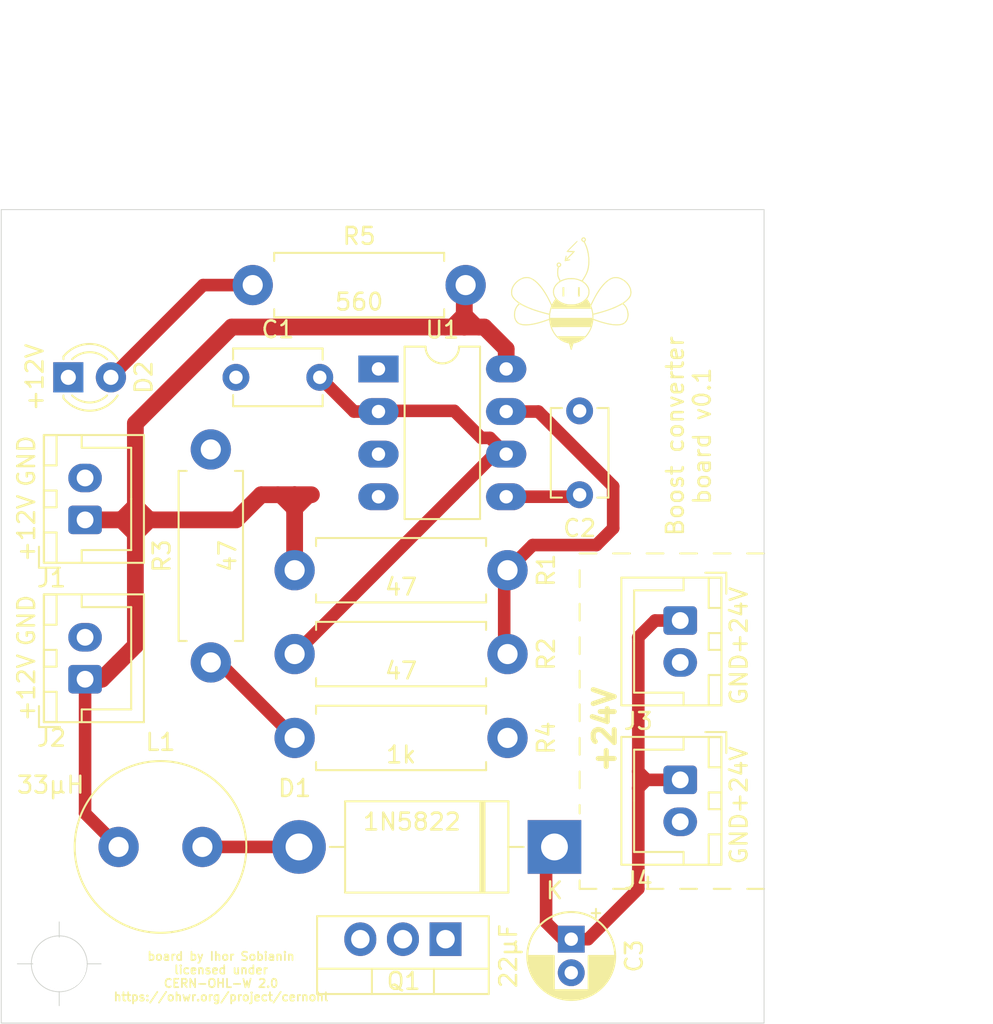
<source format=kicad_pcb>

(kicad_pcb
  (version 20171130)
  (host pcbnew 5.1.10-88a1d61d58~90~ubuntu20.04.1)
  (general
    (thickness 1.6)
    (drawings 41)
    (tracks 94)
    (zones 0)
    (modules 22)
    (nets 11))
  (page A4)
  (layers
    (0 F.Cu signal)
    (31 B.Cu signal)
    (32 B.Adhes user)
    (33 F.Adhes user)
    (34 B.Paste user)
    (35 F.Paste user)
    (36 B.SilkS user)
    (37 F.SilkS user)
    (38 B.Mask user)
    (39 F.Mask user)
    (40 Dwgs.User user)
    (41 Cmts.User user)
    (42 Eco1.User user)
    (43 Eco2.User user)
    (44 Edge.Cuts user)
    (45 Margin user)
    (46 B.CrtYd user)
    (47 F.CrtYd user)
    (48 B.Fab user)
    (49 F.Fab user))
  (setup
    (last_trace_width 0.25)
    (user_trace_width 0.75)
    (user_trace_width 1)
    (trace_clearance 0.2)
    (zone_clearance 0.5)
    (zone_45_only no)
    (trace_min 0.2)
    (via_size 0.8)
    (via_drill 0.4)
    (via_min_size 0.4)
    (via_min_drill 0.3)
    (uvia_size 0.3)
    (uvia_drill 0.1)
    (uvias_allowed no)
    (uvia_min_size 0.2)
    (uvia_min_drill 0.1)
    (edge_width 0.05)
    (segment_width 0.2)
    (pcb_text_width 0.3)
    (pcb_text_size 1.5 1.5)
    (mod_edge_width 0.12)
    (mod_text_size 1 1)
    (mod_text_width 0.15)
    (pad_size 1.524 1.524)
    (pad_drill 0.762)
    (pad_to_mask_clearance 0)
    (aux_axis_origin 0 0)
    (visible_elements 7FFFFFFF)
    (pcbplotparams
      (layerselection 0x3ffff_ffffffff)
      (usegerberextensions false)
      (usegerberattributes true)
      (usegerberadvancedattributes true)
      (creategerberjobfile true)
      (excludeedgelayer true)
      (linewidth 0.1)
      (plotframeref false)
      (viasonmask false)
      (mode 1)
      (useauxorigin false)
      (hpglpennumber 1)
      (hpglpenspeed 20)
      (hpglpendiameter 15.0)
      (psnegative false)
      (psa4output false)
      (plotreference true)
      (plotvalue true)
      (plotinvisibletext false)
      (padsonsilk false)
      (subtractmaskfromsilk false)
      (outputformat 1)
      (mirror false)
      (drillshape 0)
      (scaleselection 1)
      (outputdirectory "gerber/")))
  (net 0 "")
  (net 1 GND)
  (net 2 "Net-(C1-Pad2)")
  (net 3 "Net-(C2-Pad2)")
  (net 4 +24V)
  (net 5 "Net-(D1-Pad2)")
  (net 6 +12V)
  (net 7 "Net-(Q1-Pad1)")
  (net 8 "Net-(R1-Pad2)")
  (net 9 "Net-(R3-Pad2)")
  (net 10 "Net-(D2-Pad2)")
  (net_class Default "This is the default net class."
    (clearance 0.2)
    (trace_width 0.25)
    (via_dia 0.8)
    (via_drill 0.4)
    (uvia_dia 0.3)
    (uvia_drill 0.1)
    (add_net +12V)
    (add_net +24V)
    (add_net GND)
    (add_net "Net-(C1-Pad2)")
    (add_net "Net-(C2-Pad2)")
    (add_net "Net-(D1-Pad2)")
    (add_net "Net-(D2-Pad2)")
    (add_net "Net-(Q1-Pad1)")
    (add_net "Net-(R1-Pad2)")
    (add_net "Net-(R3-Pad2)"))
  (module Connector_JST:JST_XH_B2B-XH-A_1x02_P2.50mm_Vertical
    (layer F.Cu)
    (tedit 5C28146C)
    (tstamp 60B75425)
    (at 145.5 114 270)
    (descr "JST XH series connector, B2B-XH-A (http://www.jst-mfg.com/product/pdf/eng/eXH.pdf), generated with kicad-footprint-generator")
    (tags "connector JST XH vertical")
    (path /60B75B3B)
    (fp_text reference J4
      (at 6 2.5 180)
      (layer F.SilkS)
      (effects
        (font
          (size 1 1)
          (thickness 0.15))))
    (fp_text value Conn_01x02
      (at 1.25 4.6 90)
      (layer F.Fab)
      (effects
        (font
          (size 1 1)
          (thickness 0.15))))
    (fp_text user %R
      (at 1.25 2.7 90)
      (layer F.Fab)
      (effects
        (font
          (size 1 1)
          (thickness 0.15))))
    (fp_line
      (start -2.85 -2.75)
      (end -2.85 -1.5)
      (layer F.SilkS)
      (width 0.12))
    (fp_line
      (start -1.6 -2.75)
      (end -2.85 -2.75)
      (layer F.SilkS)
      (width 0.12))
    (fp_line
      (start 4.3 2.75)
      (end 1.25 2.75)
      (layer F.SilkS)
      (width 0.12))
    (fp_line
      (start 4.3 -0.2)
      (end 4.3 2.75)
      (layer F.SilkS)
      (width 0.12))
    (fp_line
      (start 5.05 -0.2)
      (end 4.3 -0.2)
      (layer F.SilkS)
      (width 0.12))
    (fp_line
      (start -1.8 2.75)
      (end 1.25 2.75)
      (layer F.SilkS)
      (width 0.12))
    (fp_line
      (start -1.8 -0.2)
      (end -1.8 2.75)
      (layer F.SilkS)
      (width 0.12))
    (fp_line
      (start -2.55 -0.2)
      (end -1.8 -0.2)
      (layer F.SilkS)
      (width 0.12))
    (fp_line
      (start 5.05 -2.45)
      (end 3.25 -2.45)
      (layer F.SilkS)
      (width 0.12))
    (fp_line
      (start 5.05 -1.7)
      (end 5.05 -2.45)
      (layer F.SilkS)
      (width 0.12))
    (fp_line
      (start 3.25 -1.7)
      (end 5.05 -1.7)
      (layer F.SilkS)
      (width 0.12))
    (fp_line
      (start 3.25 -2.45)
      (end 3.25 -1.7)
      (layer F.SilkS)
      (width 0.12))
    (fp_line
      (start -0.75 -2.45)
      (end -2.55 -2.45)
      (layer F.SilkS)
      (width 0.12))
    (fp_line
      (start -0.75 -1.7)
      (end -0.75 -2.45)
      (layer F.SilkS)
      (width 0.12))
    (fp_line
      (start -2.55 -1.7)
      (end -0.75 -1.7)
      (layer F.SilkS)
      (width 0.12))
    (fp_line
      (start -2.55 -2.45)
      (end -2.55 -1.7)
      (layer F.SilkS)
      (width 0.12))
    (fp_line
      (start 1.75 -2.45)
      (end 0.75 -2.45)
      (layer F.SilkS)
      (width 0.12))
    (fp_line
      (start 1.75 -1.7)
      (end 1.75 -2.45)
      (layer F.SilkS)
      (width 0.12))
    (fp_line
      (start 0.75 -1.7)
      (end 1.75 -1.7)
      (layer F.SilkS)
      (width 0.12))
    (fp_line
      (start 0.75 -2.45)
      (end 0.75 -1.7)
      (layer F.SilkS)
      (width 0.12))
    (fp_line
      (start 0 -1.35)
      (end 0.625 -2.35)
      (layer F.Fab)
      (width 0.1))
    (fp_line
      (start -0.625 -2.35)
      (end 0 -1.35)
      (layer F.Fab)
      (width 0.1))
    (fp_line
      (start 5.45 -2.85)
      (end -2.95 -2.85)
      (layer F.CrtYd)
      (width 0.05))
    (fp_line
      (start 5.45 3.9)
      (end 5.45 -2.85)
      (layer F.CrtYd)
      (width 0.05))
    (fp_line
      (start -2.95 3.9)
      (end 5.45 3.9)
      (layer F.CrtYd)
      (width 0.05))
    (fp_line
      (start -2.95 -2.85)
      (end -2.95 3.9)
      (layer F.CrtYd)
      (width 0.05))
    (fp_line
      (start 5.06 -2.46)
      (end -2.56 -2.46)
      (layer F.SilkS)
      (width 0.12))
    (fp_line
      (start 5.06 3.51)
      (end 5.06 -2.46)
      (layer F.SilkS)
      (width 0.12))
    (fp_line
      (start -2.56 3.51)
      (end 5.06 3.51)
      (layer F.SilkS)
      (width 0.12))
    (fp_line
      (start -2.56 -2.46)
      (end -2.56 3.51)
      (layer F.SilkS)
      (width 0.12))
    (fp_line
      (start 4.95 -2.35)
      (end -2.45 -2.35)
      (layer F.Fab)
      (width 0.1))
    (fp_line
      (start 4.95 3.4)
      (end 4.95 -2.35)
      (layer F.Fab)
      (width 0.1))
    (fp_line
      (start -2.45 3.4)
      (end 4.95 3.4)
      (layer F.Fab)
      (width 0.1))
    (fp_line
      (start -2.45 -2.35)
      (end -2.45 3.4)
      (layer F.Fab)
      (width 0.1))
    (pad 2 thru_hole oval
      (at 2.5 0 270)
      (size 1.7 2)
      (drill 1)
      (layers *.Cu *.Mask))
    (pad 1 thru_hole roundrect
      (at 0 0 270)
      (size 1.7 2)
      (drill 1)
      (layers *.Cu *.Mask)
      (roundrect_rratio 0.1470588235294118)
      (net 4 +24V))
    (model ${KISYS3DMOD}/Connector_JST.3dshapes/JST_XH_B2B-XH-A_1x02_P2.50mm_Vertical.wrl
      (at
        (xyz 0 0 0))
      (scale
        (xyz 1 1 1))
      (rotate
        (xyz 0 0 0))))
  (module Inductor_THT:L_Radial_D10.0mm_P5.00mm_Neosid_SD12_style3
    (layer F.Cu)
    (tedit 5AE59B06)
    (tstamp 60B0A4D8)
    (at 112 118)
    (descr "Inductor, Radial series, Radial, pin pitch=5.00mm, , diameter=10.0mm, Neosid, SD12, style3, http://www.neosid.de/produktblaetter/neosid_Festinduktivitaet_Sd12.pdf")
    (tags "Inductor Radial series Radial pin pitch 5.00mm  diameter 10.0mm Neosid SD12 style3")
    (path /6016FEA8)
    (fp_text reference L1
      (at 2.5 -6.25)
      (layer F.SilkS)
      (effects
        (font
          (size 1 1)
          (thickness 0.15))))
    (fp_text value 33µH
      (at -4.05 -3.7)
      (layer F.SilkS)
      (effects
        (font
          (size 1 1)
          (thickness 0.15))))
    (fp_text user %R
      (at 2.5 0)
      (layer F.Fab)
      (effects
        (font
          (size 1 1)
          (thickness 0.15))))
    (fp_circle
      (center 2.5 0)
      (end 7.5 0)
      (layer F.Fab)
      (width 0.1))
    (fp_circle
      (center 2.5 0)
      (end 7.62 0)
      (layer F.SilkS)
      (width 0.12))
    (fp_circle
      (center 2.5 0)
      (end 7.75 0)
      (layer F.CrtYd)
      (width 0.05))
    (pad 2 thru_hole circle
      (at 5 0)
      (size 2.4 2.4)
      (drill 1.2)
      (layers *.Cu *.Mask)
      (net 5 "Net-(D1-Pad2)"))
    (pad 1 thru_hole circle
      (at 0 0)
      (size 2.4 2.4)
      (drill 1.2)
      (layers *.Cu *.Mask)
      (net 6 +12V))
    (model ${KISYS3DMOD}/Inductor_THT.3dshapes/L_Radial_D10.0mm_P5.00mm_Neosid_SD12_style3.wrl
      (at
        (xyz 0 0 0))
      (scale
        (xyz 1 1 1))
      (rotate
        (xyz 0 0 0))))
  (module logo-beehive:logo-beehive-7_2х6_7mm
    (layer F.Cu)
    (tedit 0)
    (tstamp 60ADC79B)
    (at 139 85)
    (fp_text reference G***
      (at 0 0)
      (layer F.SilkS) hide
      (effects
        (font
          (size 1.524 1.524)
          (thickness 0.3))))
    (fp_text value LOGO
      (at 0.75 0)
      (layer F.SilkS) hide
      (effects
        (font
          (size 1.524 1.524)
          (thickness 0.3))))
    (fp_poly
      (pts
        (xy 0.508 0.173182)
        (xy 0.404091 0.173182)
        (xy 0.404091 -0.369454)
        (xy 0.508 -0.369454)
        (xy 0.508 0.173182))
      (layer F.SilkS)
      (width 0.01))
    (fp_poly
      (pts
        (xy -0.415636 0.173182)
        (xy -0.519546 0.173182)
        (xy -0.519546 -0.369454)
        (xy -0.415636 -0.369454)
        (xy -0.415636 0.173182))
      (layer F.SilkS)
      (width 0.01))
    (fp_poly
      (pts
        (xy 0.373099 -3.122533)
        (xy 0.369224 -3.109199)
        (xy 0.354184 -3.086757)
        (xy 0.327016 -3.054031)
        (xy 0.28676 -3.009848)
        (xy 0.232455 -2.953033)
        (xy 0.16314 -2.882413)
        (xy 0.096827 -2.815781)
        (xy -0.190327 -2.528454)
        (xy 0.008746 -2.528454)
        (xy 0.081153 -2.528276)
        (xy 0.133629 -2.52753)
        (xy 0.169333 -2.525895)
        (xy 0.191424 -2.523054)
        (xy 0.203059 -2.518688)
        (xy 0.207397 -2.512477)
        (xy 0.207818 -2.50835)
        (xy 0.199922 -2.495335)
        (xy 0.177598 -2.468358)
        (xy 0.14289 -2.429638)
        (xy 0.097844 -2.381393)
        (xy 0.044505 -2.325843)
        (xy -0.015081 -2.265206)
        (xy -0.031647 -2.248578)
        (xy -0.107675 -2.171851)
        (xy -0.167131 -2.110416)
        (xy -0.21038 -2.063869)
        (xy -0.237787 -2.031809)
        (xy -0.249716 -2.01383)
        (xy -0.248124 -2.009314)
        (xy -0.224942 -2.01189)
        (xy -0.188032 -2.018168)
        (xy -0.15317 -2.025161)
        (xy -0.112516 -2.033013)
        (xy -0.088124 -2.034732)
        (xy -0.073974 -2.030254)
        (xy -0.067646 -2.024266)
        (xy -0.060571 -2.01187)
        (xy -0.063805 -2.001313)
        (xy -0.079929 -1.991447)
        (xy -0.111523 -1.981122)
        (xy -0.161166 -1.969192)
        (xy -0.218458 -1.957139)
        (xy -0.281228 -1.944397)
        (xy -0.325023 -1.935816)
        (xy -0.353499 -1.93097)
        (xy -0.370313 -1.929433)
        (xy -0.379119 -1.930779)
        (xy -0.383574 -1.934583)
        (xy -0.385558 -1.937671)
        (xy -0.386495 -1.953939)
        (xy -0.382402 -1.986838)
        (xy -0.374463 -2.031182)
        (xy -0.363866 -2.081789)
        (xy -0.351794 -2.133474)
        (xy -0.339436 -2.181054)
        (xy -0.327975 -2.219345)
        (xy -0.318599 -2.243164)
        (xy -0.31449 -2.248343)
        (xy -0.295101 -2.249946)
        (xy -0.285455 -2.234986)
        (xy -0.285226 -2.201866)
        (xy -0.294087 -2.148986)
        (xy -0.294139 -2.148738)
        (xy -0.302673 -2.107185)
        (xy -0.308924 -2.074871)
        (xy -0.311687 -2.05806)
        (xy -0.311727 -2.057342)
        (xy -0.303951 -2.063003)
        (xy -0.282058 -2.082978)
        (xy -0.248202 -2.115196)
        (xy -0.204539 -2.157586)
        (xy -0.153221 -2.208077)
        (xy -0.103751 -2.257256)
        (xy 0.104224 -2.464954)
        (xy -0.083408 -2.470727)
        (xy -0.15498 -2.473257)
        (xy -0.20655 -2.476017)
        (xy -0.241206 -2.479383)
        (xy -0.262038 -2.48373)
        (xy -0.272134 -2.489436)
        (xy -0.274392 -2.494)
        (xy -0.267207 -2.50546)
        (xy -0.245659 -2.530835)
        (xy -0.211923 -2.567927)
        (xy -0.168174 -2.614538)
        (xy -0.116585 -2.668467)
        (xy -0.059333 -2.727516)
        (xy 0.001408 -2.789486)
        (xy 0.063464 -2.852177)
        (xy 0.12466 -2.913392)
        (xy 0.18282 -2.97093)
        (xy 0.235771 -3.022593)
        (xy 0.281337 -3.066181)
        (xy 0.317345 -3.099496)
        (xy 0.341618 -3.120339)
        (xy 0.351193 -3.126571)
        (xy 0.366768 -3.127932)
        (xy 0.373099 -3.122533))
      (layer F.SilkS)
      (width 0.01))
    (fp_poly
      (pts
        (xy 0.781124 -3.338272)
        (xy 0.820066 -3.312623)
        (xy 0.850866 -3.27735)
        (xy 0.862381 -3.253557)
        (xy 0.869381 -3.203831)
        (xy 0.86004 -3.155836)
        (xy 0.836291 -3.117453)
        (xy 0.826963 -3.109228)
        (xy 0.800557 -3.08931)
        (xy 0.860848 -2.961859)
        (xy 0.942059 -2.765907)
        (xy 1.003933 -2.561687)
        (xy 1.0468 -2.347606)
        (xy 1.070993 -2.122074)
        (xy 1.077124 -1.922318)
        (xy 1.073712 -1.775328)
        (xy 1.063437 -1.645173)
        (xy 1.045563 -1.526426)
        (xy 1.019354 -1.413658)
        (xy 0.998815 -1.345045)
        (xy 0.968368 -1.263013)
        (xy 0.926952 -1.169003)
        (xy 0.877686 -1.069335)
        (xy 0.823684 -0.970328)
        (xy 0.770857 -0.882677)
        (xy 0.741321 -0.836271)
        (xy 0.716056 -0.796521)
        (xy 0.69781 -0.767754)
        (xy 0.689434 -0.754466)
        (xy 0.694321 -0.742271)
        (xy 0.714538 -0.722105)
        (xy 0.745386 -0.698528)
        (xy 0.810309 -0.647155)
        (xy 0.876016 -0.583521)
        (xy 0.937047 -0.513779)
        (xy 0.987937 -0.444085)
        (xy 1.018545 -0.390721)
        (xy 1.053095 -0.310872)
        (xy 1.074433 -0.238095)
        (xy 1.084874 -0.162371)
        (xy 1.086945 -0.094934)
        (xy 1.076086 0.020467)
        (xy 1.045188 0.132328)
        (xy 0.995987 0.235343)
        (xy 0.96275 0.284984)
        (xy 0.935175 0.321741)
        (xy 0.996225 0.402894)
        (xy 1.032255 0.454242)
        (xy 1.070613 0.514339)
        (xy 1.103634 0.571117)
        (xy 1.10681 0.577014)
        (xy 1.156345 0.669982)
        (xy 1.269255 0.441786)
        (xy 1.379742 0.226784)
        (xy 1.488243 0.032834)
        (xy 1.595982 -0.141879)
        (xy 1.704185 -0.29917)
        (xy 1.814075 -0.440853)
        (xy 1.926878 -0.568743)
        (xy 2.004467 -0.647395)
        (xy 2.12895 -0.758498)
        (xy 2.2502 -0.847038)
        (xy 2.36916 -0.913164)
        (xy 2.48677 -0.957023)
        (xy 2.603972 -0.978764)
        (xy 2.721707 -0.978534)
        (xy 2.840917 -0.956481)
        (xy 2.962542 -0.912754)
        (xy 3.087524 -0.847501)
        (xy 3.125835 -0.823735)
        (xy 3.238046 -0.741435)
        (xy 3.336093 -0.648795)
        (xy 3.419199 -0.547932)
        (xy 3.486591 -0.440965)
        (xy 3.537492 -0.33001)
        (xy 3.571127 -0.217185)
        (xy 3.586721 -0.104607)
        (xy 3.583499 0.005605)
        (xy 3.560685 0.111335)
        (xy 3.517504 0.210464)
        (xy 3.509522 0.224138)
        (xy 3.467783 0.282863)
        (xy 3.410567 0.348425)
        (xy 3.342435 0.416194)
        (xy 3.267951 0.481537)
        (xy 3.215409 0.522663)
        (xy 3.176019 0.551978)
        (xy 3.144162 0.575822)
        (xy 3.123999 0.591072)
        (xy 3.119139 0.594895)
        (xy 3.125036 0.603996)
        (xy 3.144107 0.625315)
        (xy 3.172877 0.655066)
        (xy 3.189509 0.671619)
        (xy 3.25791 0.75317)
        (xy 3.316458 0.851565)
        (xy 3.363304 0.961991)
        (xy 3.396598 1.079634)
        (xy 3.414493 1.199678)
        (xy 3.417102 1.264228)
        (xy 3.40813 1.381577)
        (xy 3.38235 1.49233)
        (xy 3.34125 1.593721)
        (xy 3.286317 1.682986)
        (xy 3.219038 1.75736)
        (xy 3.140903 1.814077)
        (xy 3.113719 1.828107)
        (xy 3.009087 1.865839)
        (xy 2.886866 1.889603)
        (xy 2.747784 1.899491)
        (xy 2.592566 1.895596)
        (xy 2.42194 1.878011)
        (xy 2.236633 1.846829)
        (xy 2.037372 1.802142)
        (xy 1.824883 1.744044)
        (xy 1.599893 1.672626)
        (xy 1.430663 1.613046)
        (xy 1.320008 1.572564)
        (xy 1.295866 1.718578)
        (xy 1.25303 1.913354)
        (xy 1.190764 2.095947)
        (xy 1.10864 2.267293)
        (xy 1.006231 2.428329)
        (xy 0.923258 2.534228)
        (xy 0.814822 2.647279)
        (xy 0.693857 2.746765)
        (xy 0.563822 2.830581)
        (xy 0.428175 2.896622)
        (xy 0.290374 2.942784)
        (xy 0.229531 2.956334)
        (xy 0.189546 2.963931)
        (xy 0.158226 2.970106)
        (xy 0.143514 2.973255)
        (xy 0.135688 2.984969)
        (xy 0.123584 3.014497)
        (xy 0.108873 3.057339)
        (xy 0.093667 3.107452)
        (xy 0.076809 3.166365)
        (xy 0.060376 3.223781)
        (xy 0.0465 3.272257)
        (xy 0.038811 3.299114)
        (xy 0.025628 3.336932)
        (xy 0.012258 3.355729)
        (xy 0 3.359728)
        (xy -0.015288 3.353083)
        (xy -0.028404 3.330514)
        (xy -0.038811 3.299114)
        (xy -0.049206 3.262807)
        (xy -0.063822 3.211743)
        (xy -0.080529 3.153364)
        (xy -0.093667 3.107452)
        (xy -0.109311 3.055982)
        (xy -0.123971 3.013455)
        (xy -0.135977 2.984371)
        (xy -0.143515 2.973255)
        (xy -0.160656 2.969615)
        (xy -0.19313 2.96324)
        (xy -0.229531 2.956334)
        (xy -0.367186 2.919651)
        (xy -0.504219 2.862154)
        (xy -0.637175 2.785947)
        (xy -0.762596 2.693133)
        (xy -0.877026 2.585815)
        (xy -0.923269 2.534228)
        (xy -1.03903 2.38033)
        (xy -1.135257 2.214564)
        (xy -1.212083 2.036622)
        (xy -1.219586 2.011796)
        (xy -1.165985 2.011796)
        (xy -1.160628 2.030696)
        (xy -1.146181 2.0653)
        (xy -1.124874 2.111187)
        (xy -1.098933 2.163934)
        (xy -1.070588 2.219118)
        (xy -1.042066 2.272316)
        (xy -1.015595 2.319106)
        (xy -0.993403 2.355066)
        (xy -0.991985 2.357185)
        (xy -0.958579 2.404438)
        (xy -0.920872 2.454363)
        (xy -0.891354 2.490932)
        (xy -0.840013 2.551546)
        (xy 0.841033 2.551546)
        (xy 0.892441 2.490932)
        (xy 0.93843 2.432196)
        (xy 0.986502 2.362985)
        (xy 1.033888 2.288071)
        (xy 1.077819 2.212231)
        (xy 1.115523 2.140238)
        (xy 1.144233 2.076867)
        (xy 1.160841 2.028255)
        (xy 1.168594 1.997364)
        (xy 0.001251 1.997364)
        (xy -0.195644 1.997416)
        (xy -0.37057 1.997583)
        (xy -0.524648 1.997878)
        (xy -0.659 1.998316)
        (xy -0.774746 1.998909)
        (xy -0.873009 1.999671)
        (xy -0.95491 2.000618)
        (xy -1.02157 2.001762)
        (xy -1.074111 2.003117)
        (xy -1.113653 2.004698)
        (xy -1.141319 2.006517)
        (xy -1.158229 2.00859)
        (xy -1.165506 2.01093)
        (xy -1.165985 2.011796)
        (xy -1.219586 2.011796)
        (xy -1.26964 1.846195)
        (xy -1.308059 1.642973)
        (xy -1.310363 1.625739)
        (xy -1.317382 1.571614)
        (xy -1.42935 1.612882)
        (xy -1.629865 1.683029)
        (xy -1.825759 1.744185)
        (xy -2.015 1.795944)
        (xy -2.195555 1.837898)
        (xy -2.365393 1.869639)
        (xy -2.522479 1.89076)
        (xy -2.664783 1.900853)
        (xy -2.790271 1.899511)
        (xy -2.838314 1.895344)
        (xy -2.96209 1.875638)
        (xy -3.066609 1.846125)
        (xy -3.154103 1.80545)
        (xy -3.226803 1.752259)
        (xy -3.286941 1.685198)
        (xy -3.336747 1.602914)
        (xy -3.343746 1.588582)
        (xy -3.385695 1.481123)
        (xy -3.408942 1.37211)
        (xy -3.411475 1.320836)
        (xy -3.357374 1.320836)
        (xy -3.349051 1.403928)
        (xy -3.330314 1.480954)
        (xy -3.299783 1.559775)
        (xy -3.296364 1.567326)
        (xy -3.25627 1.634464)
        (xy -3.201534 1.697768)
        (xy -3.138721 1.750591)
        (xy -3.084262 1.782114)
        (xy -2.99339 1.813382)
        (xy -2.884978 1.834294)
        (xy -2.762244 1.844603)
        (xy -2.628408 1.844064)
        (xy -2.486691 1.83243)
        (xy -2.463978 1.829585)
        (xy -2.25216 1.794568)
        (xy -2.026325 1.743379)
        (xy -1.788428 1.676523)
        (xy -1.540425 1.594501)
        (xy -1.510962 1.583982)
        (xy -1.325191 1.51715)
        (xy -1.320921 1.390773)
        (xy -1.27 1.390773)
        (xy -1.27 1.454728)
        (xy 1.273528 1.454728)
        (xy 1.266408 1.330287)
        (xy 1.260547 1.26306)
        (xy 1.316252 1.26306)
        (xy 1.321954 1.512174)
        (xy 1.368136 1.530811)
        (xy 1.439484 1.558222)
        (xy 1.526724 1.589564)
        (xy 1.623473 1.622685)
        (xy 1.72335 1.655429)
        (xy 1.819972 1.685644)
        (xy 1.878735 1.703118)
        (xy 2.093291 1.760255)
        (xy 2.292609 1.802908)
        (xy 2.476182 1.831017)
        (xy 2.6435 1.844517)
        (xy 2.794056 1.843349)
        (xy 2.91629 1.829447)
        (xy 3.012927 1.807479)
        (xy 3.091872 1.777436)
        (xy 3.157765 1.737114)
        (xy 3.209942 1.690006)
        (xy 3.274118 1.607281)
        (xy 3.319819 1.513726)
        (xy 3.347495 1.407928)
        (xy 3.357597 1.28847)
        (xy 3.356526 1.229811)
        (xy 3.340665 1.088035)
        (xy 3.306955 0.96039)
        (xy 3.255506 0.847166)
        (xy 3.186427 0.748656)
        (xy 3.170098 0.730306)
        (xy 3.127268 0.685713)
        (xy 3.094795 0.657447)
        (xy 3.0686 0.643813)
        (xy 3.044605 0.643112)
        (xy 3.018734 0.65365)
        (xy 3.005226 0.661713)
        (xy 2.958944 0.688662)
        (xy 2.89593 0.722084)
        (xy 2.820825 0.759719)
        (xy 2.738272 0.799303)
        (xy 2.652912 0.838574)
        (xy 2.569387 0.875271)
        (xy 2.550619 0.883239)
        (xy 2.457139 0.920633)
        (xy 2.346529 0.961571)
        (xy 2.223166 1.004679)
        (xy 2.09143 1.048584)
        (xy 1.955698 1.091912)
        (xy 1.820349 1.133289)
        (xy 1.689763 1.171341)
        (xy 1.568317 1.204694)
        (xy 1.46039 1.231975)
        (xy 1.385859 1.248683)
        (xy 1.316252 1.26306)
        (xy 1.260547 1.26306)
        (xy 1.259747 1.253895)
        (xy 1.248535 1.167625)
        (xy 1.234147 1.079964)
        (xy 1.217961 0.9994)
        (xy 1.203276 0.940955)
        (xy 1.193293 0.906319)
        (xy -1.194304 0.906319)
        (xy -1.220268 1.010228)
        (xy -1.23911 1.098477)
        (xy -1.254501 1.195531)
        (xy -1.26518 1.29174)
        (xy -1.269885 1.377451)
        (xy -1.27 1.390773)
        (xy -1.320921 1.390773)
        (xy -1.316645 1.264228)
        (xy -1.434754 1.236895)
        (xy -1.501797 1.22041)
        (xy -1.585737 1.198273)
        (xy -1.681508 1.171947)
        (xy -1.78404 1.142901)
        (xy -1.888267 1.112598)
        (xy -1.989119 1.082507)
        (xy -2.08153 1.054092)
        (xy -2.160431 1.02882)
        (xy -2.199409 1.015696)
        (xy -2.323182 0.971175)
        (xy -2.448985 0.92273)
        (xy -2.572984 0.872035)
        (xy -2.691345 0.820767)
        (xy -2.800235 0.770601)
        (xy -2.89582 0.723212)
        (xy -2.974265 0.680275)
        (xy -2.993815 0.668554)
        (xy -3.027147 0.649909)
        (xy -3.05353 0.642358)
        (xy -3.078126 0.647357)
        (xy -3.106096 0.666363)
        (xy -3.142603 0.700832)
        (xy -3.15587 0.714282)
        (xy -3.232717 0.809128)
        (xy -3.291358 0.918026)
        (xy -3.331675 1.040673)
        (xy -3.353547 1.176766)
        (xy -3.356664 1.223819)
        (xy -3.357374 1.320836)
        (xy -3.411475 1.320836)
        (xy -3.414734 1.254894)
        (xy -3.413307 1.218046)
        (xy -3.396132 1.080679)
        (xy -3.361188 0.952052)
        (xy -3.309573 0.83484)
        (xy -3.242385 0.731716)
        (xy -3.188985 0.671619)
        (xy -3.1569 0.639059)
        (xy -3.132792 0.613101)
        (xy -3.120127 0.597552)
        (xy -3.119139 0.594895)
        (xy -3.1295 0.586909)
        (xy -3.154289 0.568322)
        (xy -3.189354 0.542238)
        (xy -3.216089 0.522438)
        (xy -3.292731 0.461203)
        (xy -3.366118 0.3941)
        (xy -3.431605 0.325854)
        (xy -3.484547 0.261184)
        (xy -3.509522 0.224148)
        (xy -3.556269 0.125261)
        (xy -3.582294 0.01982)
        (xy -3.58729 -0.071302)
        (xy -3.531475 -0.071302)
        (xy -3.530831 -0.039606)
        (xy -3.527441 0.015291)
        (xy -3.521365 0.056568)
        (xy -3.510236 0.093692)
        (xy -3.491685 0.136134)
        (xy -3.481814 0.156403)
        (xy -3.425027 0.248295)
        (xy -3.345829 0.340169)
        (xy -3.244895 0.431635)
        (xy -3.122901 0.522299)
        (xy -2.980524 0.611771)
        (xy -2.81844 0.699659)
        (xy -2.637324 0.785571)
        (xy -2.437852 0.869116)
        (xy -2.220702 0.949901)
        (xy -1.986548 1.027535)
        (xy -1.9685 1.033164)
        (xy -1.899652 1.053987)
        (xy -1.823419 1.076095)
        (xy -1.742903 1.098684)
        (xy -1.661204 1.120951)
        (xy -1.581421 1.142094)
        (xy -1.506657 1.161309)
        (xy -1.440011 1.177795)
        (xy -1.384584 1.190747)
        (xy -1.343476 1.199364)
        (xy -1.319788 1.202841)
        (xy -1.315331 1.202301)
        (xy -1.310525 1.18843)
        (xy -1.303023 1.157156)
        (xy -1.294048 1.113834)
        (xy -1.288644 1.085273)
        (xy -1.275538 1.023924)
        (xy -1.257466 0.952675)
        (xy -1.237498 0.883276)
        (xy -1.228744 0.855882)
        (xy -1.188907 0.736173)
        (xy -1.190922 0.731736)
        (xy 1.187715 0.731736)
        (xy 1.224028 0.841244)
        (xy 1.24494 0.908541)
        (xy 1.264527 0.979266)
        (xy 1.281511 1.04802)
        (xy 1.294618 1.109401)
        (xy 1.302571 1.158011)
        (xy 1.304386 1.181301)
        (xy 1.307638 1.204155)
        (xy 1.31928 1.209081)
        (xy 1.324841 1.207791)
        (xy 1.342821 1.202968)
        (xy 1.378686 1.193763)
        (xy 1.427904 1.181327)
        (xy 1.485942 1.166807)
        (xy 1.512454 1.160216)
        (xy 1.7631 1.094106)
        (xy 2.000962 1.023487)
        (xy 2.225116 0.948828)
        (xy 2.434641 0.870599)
        (xy 2.628614 0.789271)
        (xy 2.806113 0.705311)
        (xy 2.966216 0.61919)
        (xy 3.108001 0.531377)
        (xy 3.230545 0.442341)
        (xy 3.332927 0.352553)
        (xy 3.414223 0.262482)
        (xy 3.473511 0.172596)
        (xy 3.480994 0.15806)
        (xy 3.502829 0.111304)
        (xy 3.516532 0.072763)
        (xy 3.524475 0.033013)
        (xy 3.529027 -0.017368)
        (xy 3.530161 -0.037404)
        (xy 3.525184 -0.160604)
        (xy 3.497675 -0.281907)
        (xy 3.448182 -0.400087)
        (xy 3.377254 -0.513921)
        (xy 3.285439 -0.622184)
        (xy 3.25425 -0.653064)
        (xy 3.14536 -0.74489)
        (xy 3.031263 -0.818683)
        (xy 2.914113 -0.873715)
        (xy 2.796064 -0.909257)
        (xy 2.679268 -0.924579)
        (xy 2.565881 -0.918952)
        (xy 2.505364 -0.906562)
        (xy 2.39331 -0.865968)
        (xy 2.278736 -0.803154)
        (xy 2.162206 -0.718784)
        (xy 2.044283 -0.613524)
        (xy 1.925533 -0.488036)
        (xy 1.80652 -0.342986)
        (xy 1.687807 -0.179037)
        (xy 1.56996 0.003146)
        (xy 1.453542 0.202899)
        (xy 1.339118 0.419558)
        (xy 1.284575 0.530391)
        (xy 1.187715 0.731736)
        (xy -1.190922 0.731736)
        (xy -1.242049 0.6192)
        (xy -1.344968 0.403905)
        (xy -1.452176 0.201117)
        (xy -1.562851 0.011828)
        (xy -1.676172 -0.16297)
        (xy -1.791318 -0.322286)
        (xy -1.907468 -0.465127)
        (xy -2.0238 -0.590502)
        (xy -2.139494 -0.697418)
        (xy -2.253727 -0.784885)
        (xy -2.36568 -0.851909)
        (xy -2.47453 -0.8975)
        (xy -2.505364 -0.906562)
        (xy -2.615938 -0.924099)
        (xy -2.731113 -0.920284)
        (xy -2.848734 -0.895846)
        (xy -2.966648 -0.851514)
        (xy -3.082701 -0.788017)
        (xy -3.19474 -0.706084)
        (xy -3.25425 -0.653064)
        (xy -3.352283 -0.546482)
        (xy -3.429568 -0.433803)
        (xy -3.485559 -0.316239)
        (xy -3.51971 -0.195001)
        (xy -3.531475 -0.071302)
        (xy -3.58729 -0.071302)
        (xy -3.588325 -0.090174)
        (xy -3.575091 -0.202723)
        (xy -3.543319 -0.315828)
        (xy -3.493736 -0.427488)
        (xy -3.427071 -0.535706)
        (xy -3.344052 -0.638481)
        (xy -3.245405 -0.733815)
        (xy -3.131858 -0.819709)
        (xy -3.128818 -0.821729)
        (xy -3.003531 -0.894559)
        (xy -2.880454 -0.945281)
        (xy -2.758981 -0.973797)
        (xy -2.638509 -0.980009)
        (xy -2.518432 -0.96382)
        (xy -2.398146 -0.925131)
        (xy -2.277046 -0.863845)
        (xy -2.154528 -0.779862)
        (xy -2.029987 -0.673087)
        (xy -1.993285 -0.637726)
        (xy -1.876664 -0.514496)
        (xy -1.76359 -0.378067)
        (xy -1.652878 -0.226667)
        (xy -1.543339 -0.058527)
        (xy -1.433786 0.128125)
        (xy -1.323032 0.335058)
        (xy -1.269145 0.442009)
        (xy -1.156125 0.670426)
        (xy -1.109291 0.580554)
        (xy -1.078495 0.526225)
        (xy -1.040587 0.466059)
        (xy -1.003155 0.412031)
        (xy -0.998816 0.406212)
        (xy -0.935175 0.321741)
        (xy -0.962751 0.284984)
        (xy -1.021033 0.188878)
        (xy -1.061938 0.08109)
        (xy -1.083733 -0.033077)
        (xy -1.086945 -0.094934)
        (xy -1.086541 -0.104581)
        (xy -1.03596 -0.104581)
        (xy -1.026154 0.004092)
        (xy -0.995446 0.109498)
        (xy -0.944929 0.210166)
        (xy -0.875696 0.304621)
        (xy -0.78884 0.391391)
        (xy -0.685456 0.469002)
        (xy -0.566635 0.535983)
        (xy -0.433472 0.590859)
        (xy -0.423003 0.594423)
        (xy -0.343148 0.618909)
        (xy -0.268002 0.636303)
        (xy -0.191285 0.647415)
        (xy -0.10671 0.653053)
        (xy -0.007997 0.654028)
        (xy 0.034636 0.653341)
        (xy 0.112848 0.651127)
        (xy 0.17405 0.647841)
        (xy 0.224321 0.642791)
        (xy 0.269739 0.635286)
        (xy 0.316383 0.624634)
        (xy 0.339248 0.618667)
        (xy 0.48028 0.572409)
        (xy 0.60799 0.513494)
        (xy 0.721255 0.443288)
        (xy 0.818952 0.363159)
        (xy 0.89996 0.274475)
        (xy 0.963155 0.178601)
        (xy 1.007416 0.076906)
        (xy 1.031619 -0.029243)
        (xy 1.034643 -0.13848)
        (xy 1.02377 -0.215046)
        (xy 0.988557 -0.32622)
        (xy 0.932382 -0.430687)
        (xy 0.856726 -0.527164)
        (xy 0.763074 -0.614365)
        (xy 0.652907 -0.691003)
        (xy 0.527709 -0.755794)
        (xy 0.388962 -0.807452)
        (xy 0.317435 -0.827343)
        (xy 0.265651 -0.839627)
        (xy 0.220998 -0.848283)
        (xy 0.17729 -0.853929)
        (xy 0.128345 -0.85718)
        (xy 0.067978 -0.858652)
        (xy 0 -0.858965)
        (xy -0.075828 -0.858546)
        (xy -0.134778 -0.856879)
        (xy -0.183055 -0.853351)
        (xy -0.226862 -0.847346)
        (xy -0.272404 -0.838251)
        (xy -0.3175 -0.827536)
        (xy -0.462194 -0.78292)
        (xy -0.594078 -0.724467)
        (xy -0.711668 -0.653466)
        (xy -0.813482 -0.571202)
        (xy -0.898035 -0.478962)
        (xy -0.963844 -0.378032)
        (xy -1.009426 -0.269698)
        (xy -1.02377 -0.215046)
        (xy -1.03596 -0.104581)
        (xy -1.086541 -0.104581)
        (xy -1.083385 -0.179891)
        (xy -1.070732 -0.2541)
        (xy -1.046671 -0.327578)
        (xy -1.018545 -0.390721)
        (xy -0.980207 -0.455708)
        (xy -0.927199 -0.525847)
        (xy -0.864982 -0.594984)
        (xy -0.799018 -0.656964)
        (xy -0.745379 -0.698532)
        (xy -0.681877 -0.742268)
        (xy -0.711307 -0.789657)
        (xy -0.775382 -0.91204)
        (xy -0.815808 -1.027545)
        (xy -0.827612 -1.090213)
        (xy -0.834802 -1.168285)
        (xy -0.837383 -1.254538)
        (xy -0.835358 -1.341751)
        (xy -0.828733 -1.422702)
        (xy -0.81751 -1.490171)
        (xy -0.815547 -1.498229)
        (xy -0.794048 -1.58214)
        (xy -0.823808 -1.60555)
        (xy -0.855103 -1.643446)
        (xy -0.868873 -1.689922)
        (xy -0.86773 -1.706645)
        (xy -0.819727 -1.706645)
        (xy -0.810207 -1.679885)
        (xy -0.786971 -1.652868)
        (xy -0.758005 -1.63322)
        (xy -0.737292 -1.627909)
        (xy -0.710612 -1.635591)
        (xy -0.684812 -1.653012)
        (xy -0.663044 -1.686513)
        (xy -0.659999 -1.722991)
        (xy -0.673306 -1.756371)
        (xy -0.700596 -1.780577)
        (xy -0.738071 -1.789545)
        (xy -0.771185 -1.779412)
        (xy -0.800241 -1.754129)
        (xy -0.817681 -1.721369)
        (xy -0.819727 -1.706645)
        (xy -0.86773 -1.706645)
        (xy -0.865518 -1.739005)
        (xy -0.845439 -1.784719)
        (xy -0.809361 -1.820873)
        (xy -0.764231 -1.842776)
        (xy -0.71985 -1.844407)
        (xy -0.67516 -1.829062)
        (xy -0.639173 -1.800811)
        (xy -0.612432 -1.758947)
        (xy -0.600564 -1.712661)
        (xy -0.600407 -1.706982)
        (xy -0.610708 -1.664952)
        (xy -0.637735 -1.624526)
        (xy -0.675862 -1.593111)
        (xy -0.693329 -1.584583)
        (xy -0.721895 -1.570686)
        (xy -0.739711 -1.55217)
        (xy -0.753326 -1.521228)
        (xy -0.757751 -1.507784)
        (xy -0.769308 -1.45586)
        (xy -0.777432 -1.387829)
        (xy -0.781948 -1.310446)
        (xy -0.782678 -1.230465)
        (xy -0.779447 -1.15464)
        (xy -0.772077 -1.089725)
        (xy -0.769104 -1.073727)
        (xy -0.757296 -1.030294)
        (xy -0.73904 -0.97831)
        (xy -0.716774 -0.923294)
        (xy -0.692936 -0.870762)
        (xy -0.669964 -0.826231)
        (xy -0.650298 -0.795219)
        (xy -0.641975 -0.786089)
        (xy -0.623931 -0.784078)
        (xy -0.587414 -0.793208)
        (xy -0.531675 -0.81367)
        (xy -0.528876 -0.814791)
        (xy -0.356342 -0.871998)
        (xy -0.181043 -0.906566)
        (xy -0.004425 -0.918495)
        (xy 0.172062 -0.907786)
        (xy 0.346972 -0.87444)
        (xy 0.518857 -0.818457)
        (xy 0.529286 -0.814279)
        (xy 0.629227 -0.773804)
        (xy 0.652693 -0.802464)
        (xy 0.675511 -0.833998)
        (xy 0.706046 -0.881335)
        (xy 0.741548 -0.939695)
        (xy 0.779269 -1.004299)
        (xy 0.816461 -1.070367)
        (xy 0.850376 -1.133118)
        (xy 0.878263 -1.187772)
        (xy 0.894974 -1.223818)
        (xy 0.952283 -1.384565)
        (xy 0.993139 -1.55845)
        (xy 1.017692 -1.742563)
        (xy 1.026091 -1.933994)
        (xy 1.018488 -2.129834)
        (xy 0.995032 -2.327174)
        (xy 0.955874 -2.523103)
        (xy 0.901163 -2.714712)
        (xy 0.83105 -2.899092)
        (xy 0.805599 -2.955636)
        (xy 0.782039 -3.005003)
        (xy 0.764405 -3.037704)
        (xy 0.749165 -3.058139)
        (xy 0.732786 -3.070709)
        (xy 0.711739 -3.079812)
        (xy 0.70366 -3.082636)
        (xy 0.659252 -3.106825)
        (xy 0.624129 -3.142791)
        (xy 0.603562 -3.184206)
        (xy 0.600364 -3.206712)
        (xy 0.604074 -3.224306)
        (xy 0.659665 -3.224306)
        (xy 0.662521 -3.188954)
        (xy 0.683492 -3.15701)
        (xy 0.688511 -3.152747)
        (xy 0.725237 -3.132232)
        (xy 0.758193 -3.133638)
        (xy 0.791365 -3.157134)
        (xy 0.791388 -3.157157)
        (xy 0.814899 -3.190331)
        (xy 0.816319 -3.223285)
        (xy 0.795819 -3.260007)
        (xy 0.795798 -3.260034)
        (xy 0.76393 -3.285504)
        (xy 0.738071 -3.290454)
        (xy 0.699613 -3.281092)
        (xy 0.672753 -3.257031)
        (xy 0.659665 -3.224306)
        (xy 0.604074 -3.224306)
        (xy 0.611034 -3.257305)
        (xy 0.639695 -3.301015)
        (xy 0.68132 -3.332816)
        (xy 0.730884 -3.347682)
        (xy 0.741833 -3.348181)
        (xy 0.781124 -3.338272))
      (layer F.SilkS)
      (width 0.01)))
  (module Resistor_THT:R_Axial_DIN0411_L9.9mm_D3.6mm_P12.70mm_Horizontal
    (layer F.Cu)
    (tedit 5AE5139B)
    (tstamp 60AD2B5B)
    (at 120 84.5)
    (descr "Resistor, Axial_DIN0411 series, Axial, Horizontal, pin pitch=12.7mm, 1W, length*diameter=9.9*3.6mm^2")
    (tags "Resistor Axial_DIN0411 series Axial Horizontal pin pitch 12.7mm 1W length 9.9mm diameter 3.6mm")
    (path /60AD3129)
    (fp_text reference R5
      (at 6.35 -2.92)
      (layer F.SilkS)
      (effects
        (font
          (size 1 1)
          (thickness 0.15))))
    (fp_text value 560
      (at 6.35 1)
      (layer F.SilkS)
      (effects
        (font
          (size 1 1)
          (thickness 0.15))))
    (fp_text user %R
      (at 6.35 0)
      (layer F.Fab)
      (effects
        (font
          (size 1 1)
          (thickness 0.15))))
    (fp_line
      (start 14.15 -2.05)
      (end -1.45 -2.05)
      (layer F.CrtYd)
      (width 0.05))
    (fp_line
      (start 14.15 2.05)
      (end 14.15 -2.05)
      (layer F.CrtYd)
      (width 0.05))
    (fp_line
      (start -1.45 2.05)
      (end 14.15 2.05)
      (layer F.CrtYd)
      (width 0.05))
    (fp_line
      (start -1.45 -2.05)
      (end -1.45 2.05)
      (layer F.CrtYd)
      (width 0.05))
    (fp_line
      (start 11.42 1.92)
      (end 11.42 1.44)
      (layer F.SilkS)
      (width 0.12))
    (fp_line
      (start 1.28 1.92)
      (end 11.42 1.92)
      (layer F.SilkS)
      (width 0.12))
    (fp_line
      (start 1.28 1.44)
      (end 1.28 1.92)
      (layer F.SilkS)
      (width 0.12))
    (fp_line
      (start 11.42 -1.92)
      (end 11.42 -1.44)
      (layer F.SilkS)
      (width 0.12))
    (fp_line
      (start 1.28 -1.92)
      (end 11.42 -1.92)
      (layer F.SilkS)
      (width 0.12))
    (fp_line
      (start 1.28 -1.44)
      (end 1.28 -1.92)
      (layer F.SilkS)
      (width 0.12))
    (fp_line
      (start 12.7 0)
      (end 11.3 0)
      (layer F.Fab)
      (width 0.1))
    (fp_line
      (start 0 0)
      (end 1.4 0)
      (layer F.Fab)
      (width 0.1))
    (fp_line
      (start 11.3 -1.8)
      (end 1.4 -1.8)
      (layer F.Fab)
      (width 0.1))
    (fp_line
      (start 11.3 1.8)
      (end 11.3 -1.8)
      (layer F.Fab)
      (width 0.1))
    (fp_line
      (start 1.4 1.8)
      (end 11.3 1.8)
      (layer F.Fab)
      (width 0.1))
    (fp_line
      (start 1.4 -1.8)
      (end 1.4 1.8)
      (layer F.Fab)
      (width 0.1))
    (pad 2 thru_hole oval
      (at 12.7 0)
      (size 2.4 2.4)
      (drill 1.2)
      (layers *.Cu *.Mask)
      (net 6 +12V))
    (pad 1 thru_hole circle
      (at 0 0)
      (size 2.4 2.4)
      (drill 1.2)
      (layers *.Cu *.Mask)
      (net 10 "Net-(D2-Pad2)"))
    (model ${KISYS3DMOD}/Resistor_THT.3dshapes/R_Axial_DIN0411_L9.9mm_D3.6mm_P12.70mm_Horizontal.wrl
      (at
        (xyz 0 0 0))
      (scale
        (xyz 1 1 1))
      (rotate
        (xyz 0 0 0))))
  (module LED_THT:LED_D3.0mm
    (layer F.Cu)
    (tedit 587A3A7B)
    (tstamp 60AD61ED)
    (at 109 90)
    (descr "LED, diameter 3.0mm, 2 pins")
    (tags "LED diameter 3.0mm 2 pins")
    (path /60AD5387)
    (fp_text reference D2
      (at 4.5 0 90)
      (layer F.SilkS)
      (effects
        (font
          (size 1 1)
          (thickness 0.15))))
    (fp_text value LED
      (at 1.27 4.5)
      (layer F.Fab)
      (effects
        (font
          (size 1 1)
          (thickness 0.15))))
    (fp_line
      (start 3.7 -2.25)
      (end -1.15 -2.25)
      (layer F.CrtYd)
      (width 0.05))
    (fp_line
      (start 3.7 2.25)
      (end 3.7 -2.25)
      (layer F.CrtYd)
      (width 0.05))
    (fp_line
      (start -1.15 2.25)
      (end 3.7 2.25)
      (layer F.CrtYd)
      (width 0.05))
    (fp_line
      (start -1.15 -2.25)
      (end -1.15 2.25)
      (layer F.CrtYd)
      (width 0.05))
    (fp_line
      (start -0.29 1.08)
      (end -0.29 1.236)
      (layer F.SilkS)
      (width 0.12))
    (fp_line
      (start -0.29 -1.236)
      (end -0.29 -1.08)
      (layer F.SilkS)
      (width 0.12))
    (fp_line
      (start -0.23 -1.16619)
      (end -0.23 1.16619)
      (layer F.Fab)
      (width 0.1))
    (fp_circle
      (center 1.27 0)
      (end 2.77 0)
      (layer F.Fab)
      (width 0.1))
    (fp_arc
      (start 1.27 0)
      (end 0.229039 1.08)
      (angle -87.9)
      (layer F.SilkS)
      (width 0.12))
    (fp_arc
      (start 1.27 0)
      (end 0.229039 -1.08)
      (angle 87.9)
      (layer F.SilkS)
      (width 0.12))
    (fp_arc
      (start 1.27 0)
      (end -0.29 1.235516)
      (angle -108.8)
      (layer F.SilkS)
      (width 0.12))
    (fp_arc
      (start 1.27 0)
      (end -0.29 -1.235516)
      (angle 108.8)
      (layer F.SilkS)
      (width 0.12))
    (fp_arc
      (start 1.27 0)
      (end -0.23 -1.16619)
      (angle 284.3)
      (layer F.Fab)
      (width 0.1))
    (pad 2 thru_hole circle
      (at 2.54 0)
      (size 1.8 1.8)
      (drill 0.9)
      (layers *.Cu *.Mask)
      (net 10 "Net-(D2-Pad2)"))
    (pad 1 thru_hole rect
      (at 0 0)
      (size 1.8 1.8)
      (drill 0.9)
      (layers *.Cu *.Mask))
    (model ${KISYS3DMOD}/LED_THT.3dshapes/LED_D3.0mm.wrl
      (at
        (xyz 0 0 0))
      (scale
        (xyz 1 1 1))
      (rotate
        (xyz 0 0 0))))
  (module Diode_THT:D_DO-201AD_P15.24mm_Horizontal
    (layer F.Cu)
    (tedit 5AE50CD5)
    (tstamp 60ABF71E)
    (at 138 118 180)
    (descr "Diode, DO-201AD series, Axial, Horizontal, pin pitch=15.24mm, , length*diameter=9.5*5.2mm^2, , http://www.diodes.com/_files/packages/DO-201AD.pdf")
    (tags "Diode DO-201AD series Axial Horizontal pin pitch 15.24mm  length 9.5mm diameter 5.2mm")
    (path /6016F0ED)
    (fp_text reference D1
      (at 15.5 3.5)
      (layer F.SilkS)
      (effects
        (font
          (size 1 1)
          (thickness 0.15))))
    (fp_text value 1N5822
      (at 8.5 1.5)
      (layer F.SilkS)
      (effects
        (font
          (size 1 1)
          (thickness 0.15))))
    (fp_text user K
      (at 0 -2.6)
      (layer F.SilkS)
      (effects
        (font
          (size 1 1)
          (thickness 0.15))))
    (fp_text user K
      (at 0 -2.6)
      (layer F.Fab)
      (effects
        (font
          (size 1 1)
          (thickness 0.15))))
    (fp_text user %R
      (at 8.3325 0)
      (layer F.Fab)
      (effects
        (font
          (size 1 1)
          (thickness 0.15))))
    (fp_line
      (start 2.87 -2.6)
      (end 2.87 2.6)
      (layer F.Fab)
      (width 0.1))
    (fp_line
      (start 2.87 2.6)
      (end 12.37 2.6)
      (layer F.Fab)
      (width 0.1))
    (fp_line
      (start 12.37 2.6)
      (end 12.37 -2.6)
      (layer F.Fab)
      (width 0.1))
    (fp_line
      (start 12.37 -2.6)
      (end 2.87 -2.6)
      (layer F.Fab)
      (width 0.1))
    (fp_line
      (start 0 0)
      (end 2.87 0)
      (layer F.Fab)
      (width 0.1))
    (fp_line
      (start 15.24 0)
      (end 12.37 0)
      (layer F.Fab)
      (width 0.1))
    (fp_line
      (start 4.295 -2.6)
      (end 4.295 2.6)
      (layer F.Fab)
      (width 0.1))
    (fp_line
      (start 4.395 -2.6)
      (end 4.395 2.6)
      (layer F.Fab)
      (width 0.1))
    (fp_line
      (start 4.195 -2.6)
      (end 4.195 2.6)
      (layer F.Fab)
      (width 0.1))
    (fp_line
      (start 2.75 -2.72)
      (end 2.75 2.72)
      (layer F.SilkS)
      (width 0.12))
    (fp_line
      (start 2.75 2.72)
      (end 12.49 2.72)
      (layer F.SilkS)
      (width 0.12))
    (fp_line
      (start 12.49 2.72)
      (end 12.49 -2.72)
      (layer F.SilkS)
      (width 0.12))
    (fp_line
      (start 12.49 -2.72)
      (end 2.75 -2.72)
      (layer F.SilkS)
      (width 0.12))
    (fp_line
      (start 1.84 0)
      (end 2.75 0)
      (layer F.SilkS)
      (width 0.12))
    (fp_line
      (start 13.4 0)
      (end 12.49 0)
      (layer F.SilkS)
      (width 0.12))
    (fp_line
      (start 4.295 -2.72)
      (end 4.295 2.72)
      (layer F.SilkS)
      (width 0.12))
    (fp_line
      (start 4.415 -2.72)
      (end 4.415 2.72)
      (layer F.SilkS)
      (width 0.12))
    (fp_line
      (start 4.175 -2.72)
      (end 4.175 2.72)
      (layer F.SilkS)
      (width 0.12))
    (fp_line
      (start -1.85 -2.85)
      (end -1.85 2.85)
      (layer F.CrtYd)
      (width 0.05))
    (fp_line
      (start -1.85 2.85)
      (end 17.09 2.85)
      (layer F.CrtYd)
      (width 0.05))
    (fp_line
      (start 17.09 2.85)
      (end 17.09 -2.85)
      (layer F.CrtYd)
      (width 0.05))
    (fp_line
      (start 17.09 -2.85)
      (end -1.85 -2.85)
      (layer F.CrtYd)
      (width 0.05))
    (pad 2 thru_hole oval
      (at 15.24 0 180)
      (size 3.2 3.2)
      (drill 1.6)
      (layers *.Cu *.Mask)
      (net 5 "Net-(D1-Pad2)"))
    (pad 1 thru_hole rect
      (at 0 0 180)
      (size 3.2 3.2)
      (drill 1.6)
      (layers *.Cu *.Mask)
      (net 4 +24V))
    (model ${KISYS3DMOD}/Diode_THT.3dshapes/D_DO-201AD_P15.24mm_Horizontal.wrl
      (at
        (xyz 0 0 0))
      (scale
        (xyz 1 1 1))
      (rotate
        (xyz 0 0 0))))
  (module Package_DIP:DIP-8_W7.62mm_LongPads
    (layer F.Cu)
    (tedit 5A02E8C5)
    (tstamp 60ABF6BA)
    (at 127.5 89.5)
    (descr "8-lead though-hole mounted DIP package, row spacing 7.62 mm (300 mils), LongPads")
    (tags "THT DIP DIL PDIP 2.54mm 7.62mm 300mil LongPads")
    (path /60AD09AC)
    (fp_text reference U1
      (at 3.81 -2.33)
      (layer F.SilkS)
      (effects
        (font
          (size 1 1)
          (thickness 0.15))))
    (fp_text value LM555xM
      (at 3.81 9.95)
      (layer F.Fab)
      (effects
        (font
          (size 1 1)
          (thickness 0.15))))
    (fp_text user %R
      (at 3.81 3.81)
      (layer F.Fab)
      (effects
        (font
          (size 1 1)
          (thickness 0.15))))
    (fp_line
      (start 9.1 -1.55)
      (end -1.45 -1.55)
      (layer F.CrtYd)
      (width 0.05))
    (fp_line
      (start 9.1 9.15)
      (end 9.1 -1.55)
      (layer F.CrtYd)
      (width 0.05))
    (fp_line
      (start -1.45 9.15)
      (end 9.1 9.15)
      (layer F.CrtYd)
      (width 0.05))
    (fp_line
      (start -1.45 -1.55)
      (end -1.45 9.15)
      (layer F.CrtYd)
      (width 0.05))
    (fp_line
      (start 6.06 -1.33)
      (end 4.81 -1.33)
      (layer F.SilkS)
      (width 0.12))
    (fp_line
      (start 6.06 8.95)
      (end 6.06 -1.33)
      (layer F.SilkS)
      (width 0.12))
    (fp_line
      (start 1.56 8.95)
      (end 6.06 8.95)
      (layer F.SilkS)
      (width 0.12))
    (fp_line
      (start 1.56 -1.33)
      (end 1.56 8.95)
      (layer F.SilkS)
      (width 0.12))
    (fp_line
      (start 2.81 -1.33)
      (end 1.56 -1.33)
      (layer F.SilkS)
      (width 0.12))
    (fp_line
      (start 0.635 -0.27)
      (end 1.635 -1.27)
      (layer F.Fab)
      (width 0.1))
    (fp_line
      (start 0.635 8.89)
      (end 0.635 -0.27)
      (layer F.Fab)
      (width 0.1))
    (fp_line
      (start 6.985 8.89)
      (end 0.635 8.89)
      (layer F.Fab)
      (width 0.1))
    (fp_line
      (start 6.985 -1.27)
      (end 6.985 8.89)
      (layer F.Fab)
      (width 0.1))
    (fp_line
      (start 1.635 -1.27)
      (end 6.985 -1.27)
      (layer F.Fab)
      (width 0.1))
    (fp_arc
      (start 3.81 -1.33)
      (end 2.81 -1.33)
      (angle -180)
      (layer F.SilkS)
      (width 0.12))
    (pad 1 thru_hole rect
      (at 0 0)
      (size 2.4 1.6)
      (drill 0.8)
      (layers *.Cu *.Mask))
    (pad 5 thru_hole oval
      (at 7.62 7.62)
      (size 2.4 1.6)
      (drill 0.8)
      (layers *.Cu *.Mask)
      (net 3 "Net-(C2-Pad2)"))
    (pad 2 thru_hole oval
      (at 0 2.54)
      (size 2.4 1.6)
      (drill 0.8)
      (layers *.Cu *.Mask)
      (net 2 "Net-(C1-Pad2)"))
    (pad 6 thru_hole oval
      (at 7.62 5.08)
      (size 2.4 1.6)
      (drill 0.8)
      (layers *.Cu *.Mask)
      (net 2 "Net-(C1-Pad2)"))
    (pad 3 thru_hole oval
      (at 0 5.08)
      (size 2.4 1.6)
      (drill 0.8)
      (layers *.Cu *.Mask))
    (pad 7 thru_hole oval
      (at 7.62 2.54)
      (size 2.4 1.6)
      (drill 0.8)
      (layers *.Cu *.Mask)
      (net 8 "Net-(R1-Pad2)"))
    (pad 4 thru_hole oval
      (at 0 7.62)
      (size 2.4 1.6)
      (drill 0.8)
      (layers *.Cu *.Mask))
    (pad 8 thru_hole oval
      (at 7.62 0)
      (size 2.4 1.6)
      (drill 0.8)
      (layers *.Cu *.Mask)
      (net 6 +12V))
    (model ${KISYS3DMOD}/Package_DIP.3dshapes/DIP-8_W7.62mm.wrl
      (at
        (xyz 0 0 0))
      (scale
        (xyz 1 1 1))
      (rotate
        (xyz 0 0 0))))
  (module Resistor_THT:R_Axial_DIN0411_L9.9mm_D3.6mm_P12.70mm_Horizontal
    (layer F.Cu)
    (tedit 5AE5139B)
    (tstamp 60ABF6A4)
    (at 122.5 101.5)
    (descr "Resistor, Axial_DIN0411 series, Axial, Horizontal, pin pitch=12.7mm, 1W, length*diameter=9.9*3.6mm^2")
    (tags "Resistor Axial_DIN0411 series Axial Horizontal pin pitch 12.7mm 1W length 9.9mm diameter 3.6mm")
    (path /609749E3)
    (fp_text reference R1
      (at 15 0 90)
      (layer F.SilkS)
      (effects
        (font
          (size 1 1)
          (thickness 0.15))))
    (fp_text value 47
      (at 6.35 1)
      (layer F.SilkS)
      (effects
        (font
          (size 1 1)
          (thickness 0.15))))
    (fp_text user %R
      (at 7 0)
      (layer F.Fab)
      (effects
        (font
          (size 1 1)
          (thickness 0.15))))
    (fp_line
      (start 14.15 -2.05)
      (end -1.45 -2.05)
      (layer F.CrtYd)
      (width 0.05))
    (fp_line
      (start 14.15 2.05)
      (end 14.15 -2.05)
      (layer F.CrtYd)
      (width 0.05))
    (fp_line
      (start -1.45 2.05)
      (end 14.15 2.05)
      (layer F.CrtYd)
      (width 0.05))
    (fp_line
      (start -1.45 -2.05)
      (end -1.45 2.05)
      (layer F.CrtYd)
      (width 0.05))
    (fp_line
      (start 11.42 1.92)
      (end 11.42 1.44)
      (layer F.SilkS)
      (width 0.12))
    (fp_line
      (start 1.28 1.92)
      (end 11.42 1.92)
      (layer F.SilkS)
      (width 0.12))
    (fp_line
      (start 1.28 1.44)
      (end 1.28 1.92)
      (layer F.SilkS)
      (width 0.12))
    (fp_line
      (start 11.42 -1.92)
      (end 11.42 -1.44)
      (layer F.SilkS)
      (width 0.12))
    (fp_line
      (start 1.28 -1.92)
      (end 11.42 -1.92)
      (layer F.SilkS)
      (width 0.12))
    (fp_line
      (start 1.28 -1.44)
      (end 1.28 -1.92)
      (layer F.SilkS)
      (width 0.12))
    (fp_line
      (start 12.7 0)
      (end 11.3 0)
      (layer F.Fab)
      (width 0.1))
    (fp_line
      (start 0 0)
      (end 1.4 0)
      (layer F.Fab)
      (width 0.1))
    (fp_line
      (start 11.3 -1.8)
      (end 1.4 -1.8)
      (layer F.Fab)
      (width 0.1))
    (fp_line
      (start 11.3 1.8)
      (end 11.3 -1.8)
      (layer F.Fab)
      (width 0.1))
    (fp_line
      (start 1.4 1.8)
      (end 11.3 1.8)
      (layer F.Fab)
      (width 0.1))
    (fp_line
      (start 1.4 -1.8)
      (end 1.4 1.8)
      (layer F.Fab)
      (width 0.1))
    (pad 2 thru_hole oval
      (at 12.7 0)
      (size 2.4 2.4)
      (drill 1.2)
      (layers *.Cu *.Mask)
      (net 8 "Net-(R1-Pad2)"))
    (pad 1 thru_hole circle
      (at 0 0)
      (size 2.4 2.4)
      (drill 1.2)
      (layers *.Cu *.Mask)
      (net 6 +12V))
    (model ${KISYS3DMOD}/Resistor_THT.3dshapes/R_Axial_DIN0411_L9.9mm_D3.6mm_P12.70mm_Horizontal.wrl
      (at
        (xyz 0 0 0))
      (scale
        (xyz 1 1 1))
      (rotate
        (xyz 0 0 0))))
  (module Connector_JST:JST_XH_B2B-XH-A_1x02_P2.50mm_Vertical
    (layer F.Cu)
    (tedit 5C28146C)
    (tstamp 60AD53F9)
    (at 145.5 104.5 270)
    (descr "JST XH series connector, B2B-XH-A (http://www.jst-mfg.com/product/pdf/eng/eXH.pdf), generated with kicad-footprint-generator")
    (tags "connector JST XH vertical")
    (path /60B8396D)
    (fp_text reference J3
      (at 6 2.5 180)
      (layer F.SilkS)
      (effects
        (font
          (size 1 1)
          (thickness 0.15))))
    (fp_text value Conn_01x02
      (at 1.25 4.6 90)
      (layer F.Fab)
      (effects
        (font
          (size 1 1)
          (thickness 0.15))))
    (fp_text user %R
      (at 1.25 2.7 90)
      (layer F.Fab)
      (effects
        (font
          (size 1 1)
          (thickness 0.15))))
    (fp_line
      (start -2.85 -2.75)
      (end -2.85 -1.5)
      (layer F.SilkS)
      (width 0.12))
    (fp_line
      (start -1.6 -2.75)
      (end -2.85 -2.75)
      (layer F.SilkS)
      (width 0.12))
    (fp_line
      (start 4.3 2.75)
      (end 1.25 2.75)
      (layer F.SilkS)
      (width 0.12))
    (fp_line
      (start 4.3 -0.2)
      (end 4.3 2.75)
      (layer F.SilkS)
      (width 0.12))
    (fp_line
      (start 5.05 -0.2)
      (end 4.3 -0.2)
      (layer F.SilkS)
      (width 0.12))
    (fp_line
      (start -1.8 2.75)
      (end 1.25 2.75)
      (layer F.SilkS)
      (width 0.12))
    (fp_line
      (start -1.8 -0.2)
      (end -1.8 2.75)
      (layer F.SilkS)
      (width 0.12))
    (fp_line
      (start -2.55 -0.2)
      (end -1.8 -0.2)
      (layer F.SilkS)
      (width 0.12))
    (fp_line
      (start 5.05 -2.45)
      (end 3.25 -2.45)
      (layer F.SilkS)
      (width 0.12))
    (fp_line
      (start 5.05 -1.7)
      (end 5.05 -2.45)
      (layer F.SilkS)
      (width 0.12))
    (fp_line
      (start 3.25 -1.7)
      (end 5.05 -1.7)
      (layer F.SilkS)
      (width 0.12))
    (fp_line
      (start 3.25 -2.45)
      (end 3.25 -1.7)
      (layer F.SilkS)
      (width 0.12))
    (fp_line
      (start -0.75 -2.45)
      (end -2.55 -2.45)
      (layer F.SilkS)
      (width 0.12))
    (fp_line
      (start -0.75 -1.7)
      (end -0.75 -2.45)
      (layer F.SilkS)
      (width 0.12))
    (fp_line
      (start -2.55 -1.7)
      (end -0.75 -1.7)
      (layer F.SilkS)
      (width 0.12))
    (fp_line
      (start -2.55 -2.45)
      (end -2.55 -1.7)
      (layer F.SilkS)
      (width 0.12))
    (fp_line
      (start 1.75 -2.45)
      (end 0.75 -2.45)
      (layer F.SilkS)
      (width 0.12))
    (fp_line
      (start 1.75 -1.7)
      (end 1.75 -2.45)
      (layer F.SilkS)
      (width 0.12))
    (fp_line
      (start 0.75 -1.7)
      (end 1.75 -1.7)
      (layer F.SilkS)
      (width 0.12))
    (fp_line
      (start 0.75 -2.45)
      (end 0.75 -1.7)
      (layer F.SilkS)
      (width 0.12))
    (fp_line
      (start 0 -1.35)
      (end 0.625 -2.35)
      (layer F.Fab)
      (width 0.1))
    (fp_line
      (start -0.625 -2.35)
      (end 0 -1.35)
      (layer F.Fab)
      (width 0.1))
    (fp_line
      (start 5.45 -2.85)
      (end -2.95 -2.85)
      (layer F.CrtYd)
      (width 0.05))
    (fp_line
      (start 5.45 3.9)
      (end 5.45 -2.85)
      (layer F.CrtYd)
      (width 0.05))
    (fp_line
      (start -2.95 3.9)
      (end 5.45 3.9)
      (layer F.CrtYd)
      (width 0.05))
    (fp_line
      (start -2.95 -2.85)
      (end -2.95 3.9)
      (layer F.CrtYd)
      (width 0.05))
    (fp_line
      (start 5.06 -2.46)
      (end -2.56 -2.46)
      (layer F.SilkS)
      (width 0.12))
    (fp_line
      (start 5.06 3.51)
      (end 5.06 -2.46)
      (layer F.SilkS)
      (width 0.12))
    (fp_line
      (start -2.56 3.51)
      (end 5.06 3.51)
      (layer F.SilkS)
      (width 0.12))
    (fp_line
      (start -2.56 -2.46)
      (end -2.56 3.51)
      (layer F.SilkS)
      (width 0.12))
    (fp_line
      (start 4.95 -2.35)
      (end -2.45 -2.35)
      (layer F.Fab)
      (width 0.1))
    (fp_line
      (start 4.95 3.4)
      (end 4.95 -2.35)
      (layer F.Fab)
      (width 0.1))
    (fp_line
      (start -2.45 3.4)
      (end 4.95 3.4)
      (layer F.Fab)
      (width 0.1))
    (fp_line
      (start -2.45 -2.35)
      (end -2.45 3.4)
      (layer F.Fab)
      (width 0.1))
    (pad 1 thru_hole roundrect
      (at 0 0 270)
      (size 1.7 2)
      (drill 1)
      (layers *.Cu *.Mask)
      (roundrect_rratio 0.1470588235294118)
      (net 4 +24V))
    (pad 2 thru_hole oval
      (at 2.5 0 270)
      (size 1.7 2)
      (drill 1)
      (layers *.Cu *.Mask))
    (model ${KISYS3DMOD}/Connector_JST.3dshapes/JST_XH_B2B-XH-A_1x02_P2.50mm_Vertical.wrl
      (at
        (xyz 0 0 0))
      (scale
        (xyz 1 1 1))
      (rotate
        (xyz 0 0 0))))
  (module Capacitor_THT:CP_Radial_D5.0mm_P2.00mm
    (layer F.Cu)
    (tedit 5AE50EF0)
    (tstamp 60ABF5FA)
    (at 139 123.5 270)
    (descr "CP, Radial series, Radial, pin pitch=2.00mm, , diameter=5mm, Electrolytic Capacitor")
    (tags "CP Radial series Radial pin pitch 2.00mm  diameter 5mm Electrolytic Capacitor")
    (path /6017D364)
    (fp_text reference C3
      (at 1 -3.75 90)
      (layer F.SilkS)
      (effects
        (font
          (size 1 1)
          (thickness 0.15))))
    (fp_text value 22µF
      (at 1 3.75 90)
      (layer F.SilkS)
      (effects
        (font
          (size 1 1)
          (thickness 0.15))))
    (fp_text user %R
      (at 1 0 90)
      (layer F.Fab)
      (effects
        (font
          (size 1 1)
          (thickness 0.15))))
    (fp_line
      (start -1.554775 -1.725)
      (end -1.554775 -1.225)
      (layer F.SilkS)
      (width 0.12))
    (fp_line
      (start -1.804775 -1.475)
      (end -1.304775 -1.475)
      (layer F.SilkS)
      (width 0.12))
    (fp_line
      (start 3.601 -0.284)
      (end 3.601 0.284)
      (layer F.SilkS)
      (width 0.12))
    (fp_line
      (start 3.561 -0.518)
      (end 3.561 0.518)
      (layer F.SilkS)
      (width 0.12))
    (fp_line
      (start 3.521 -0.677)
      (end 3.521 0.677)
      (layer F.SilkS)
      (width 0.12))
    (fp_line
      (start 3.481 -0.805)
      (end 3.481 0.805)
      (layer F.SilkS)
      (width 0.12))
    (fp_line
      (start 3.441 -0.915)
      (end 3.441 0.915)
      (layer F.SilkS)
      (width 0.12))
    (fp_line
      (start 3.401 -1.011)
      (end 3.401 1.011)
      (layer F.SilkS)
      (width 0.12))
    (fp_line
      (start 3.361 -1.098)
      (end 3.361 1.098)
      (layer F.SilkS)
      (width 0.12))
    (fp_line
      (start 3.321 -1.178)
      (end 3.321 1.178)
      (layer F.SilkS)
      (width 0.12))
    (fp_line
      (start 3.281 -1.251)
      (end 3.281 1.251)
      (layer F.SilkS)
      (width 0.12))
    (fp_line
      (start 3.241 -1.319)
      (end 3.241 1.319)
      (layer F.SilkS)
      (width 0.12))
    (fp_line
      (start 3.201 -1.383)
      (end 3.201 1.383)
      (layer F.SilkS)
      (width 0.12))
    (fp_line
      (start 3.161 -1.443)
      (end 3.161 1.443)
      (layer F.SilkS)
      (width 0.12))
    (fp_line
      (start 3.121 -1.5)
      (end 3.121 1.5)
      (layer F.SilkS)
      (width 0.12))
    (fp_line
      (start 3.081 -1.554)
      (end 3.081 1.554)
      (layer F.SilkS)
      (width 0.12))
    (fp_line
      (start 3.041 -1.605)
      (end 3.041 1.605)
      (layer F.SilkS)
      (width 0.12))
    (fp_line
      (start 3.001 1.04)
      (end 3.001 1.653)
      (layer F.SilkS)
      (width 0.12))
    (fp_line
      (start 3.001 -1.653)
      (end 3.001 -1.04)
      (layer F.SilkS)
      (width 0.12))
    (fp_line
      (start 2.961 1.04)
      (end 2.961 1.699)
      (layer F.SilkS)
      (width 0.12))
    (fp_line
      (start 2.961 -1.699)
      (end 2.961 -1.04)
      (layer F.SilkS)
      (width 0.12))
    (fp_line
      (start 2.921 1.04)
      (end 2.921 1.743)
      (layer F.SilkS)
      (width 0.12))
    (fp_line
      (start 2.921 -1.743)
      (end 2.921 -1.04)
      (layer F.SilkS)
      (width 0.12))
    (fp_line
      (start 2.881 1.04)
      (end 2.881 1.785)
      (layer F.SilkS)
      (width 0.12))
    (fp_line
      (start 2.881 -1.785)
      (end 2.881 -1.04)
      (layer F.SilkS)
      (width 0.12))
    (fp_line
      (start 2.841 1.04)
      (end 2.841 1.826)
      (layer F.SilkS)
      (width 0.12))
    (fp_line
      (start 2.841 -1.826)
      (end 2.841 -1.04)
      (layer F.SilkS)
      (width 0.12))
    (fp_line
      (start 2.801 1.04)
      (end 2.801 1.864)
      (layer F.SilkS)
      (width 0.12))
    (fp_line
      (start 2.801 -1.864)
      (end 2.801 -1.04)
      (layer F.SilkS)
      (width 0.12))
    (fp_line
      (start 2.761 1.04)
      (end 2.761 1.901)
      (layer F.SilkS)
      (width 0.12))
    (fp_line
      (start 2.761 -1.901)
      (end 2.761 -1.04)
      (layer F.SilkS)
      (width 0.12))
    (fp_line
      (start 2.721 1.04)
      (end 2.721 1.937)
      (layer F.SilkS)
      (width 0.12))
    (fp_line
      (start 2.721 -1.937)
      (end 2.721 -1.04)
      (layer F.SilkS)
      (width 0.12))
    (fp_line
      (start 2.681 1.04)
      (end 2.681 1.971)
      (layer F.SilkS)
      (width 0.12))
    (fp_line
      (start 2.681 -1.971)
      (end 2.681 -1.04)
      (layer F.SilkS)
      (width 0.12))
    (fp_line
      (start 2.641 1.04)
      (end 2.641 2.004)
      (layer F.SilkS)
      (width 0.12))
    (fp_line
      (start 2.641 -2.004)
      (end 2.641 -1.04)
      (layer F.SilkS)
      (width 0.12))
    (fp_line
      (start 2.601 1.04)
      (end 2.601 2.035)
      (layer F.SilkS)
      (width 0.12))
    (fp_line
      (start 2.601 -2.035)
      (end 2.601 -1.04)
      (layer F.SilkS)
      (width 0.12))
    (fp_line
      (start 2.561 1.04)
      (end 2.561 2.065)
      (layer F.SilkS)
      (width 0.12))
    (fp_line
      (start 2.561 -2.065)
      (end 2.561 -1.04)
      (layer F.SilkS)
      (width 0.12))
    (fp_line
      (start 2.521 1.04)
      (end 2.521 2.095)
      (layer F.SilkS)
      (width 0.12))
    (fp_line
      (start 2.521 -2.095)
      (end 2.521 -1.04)
      (layer F.SilkS)
      (width 0.12))
    (fp_line
      (start 2.481 1.04)
      (end 2.481 2.122)
      (layer F.SilkS)
      (width 0.12))
    (fp_line
      (start 2.481 -2.122)
      (end 2.481 -1.04)
      (layer F.SilkS)
      (width 0.12))
    (fp_line
      (start 2.441 1.04)
      (end 2.441 2.149)
      (layer F.SilkS)
      (width 0.12))
    (fp_line
      (start 2.441 -2.149)
      (end 2.441 -1.04)
      (layer F.SilkS)
      (width 0.12))
    (fp_line
      (start 2.401 1.04)
      (end 2.401 2.175)
      (layer F.SilkS)
      (width 0.12))
    (fp_line
      (start 2.401 -2.175)
      (end 2.401 -1.04)
      (layer F.SilkS)
      (width 0.12))
    (fp_line
      (start 2.361 1.04)
      (end 2.361 2.2)
      (layer F.SilkS)
      (width 0.12))
    (fp_line
      (start 2.361 -2.2)
      (end 2.361 -1.04)
      (layer F.SilkS)
      (width 0.12))
    (fp_line
      (start 2.321 1.04)
      (end 2.321 2.224)
      (layer F.SilkS)
      (width 0.12))
    (fp_line
      (start 2.321 -2.224)
      (end 2.321 -1.04)
      (layer F.SilkS)
      (width 0.12))
    (fp_line
      (start 2.281 1.04)
      (end 2.281 2.247)
      (layer F.SilkS)
      (width 0.12))
    (fp_line
      (start 2.281 -2.247)
      (end 2.281 -1.04)
      (layer F.SilkS)
      (width 0.12))
    (fp_line
      (start 2.241 1.04)
      (end 2.241 2.268)
      (layer F.SilkS)
      (width 0.12))
    (fp_line
      (start 2.241 -2.268)
      (end 2.241 -1.04)
      (layer F.SilkS)
      (width 0.12))
    (fp_line
      (start 2.201 1.04)
      (end 2.201 2.29)
      (layer F.SilkS)
      (width 0.12))
    (fp_line
      (start 2.201 -2.29)
      (end 2.201 -1.04)
      (layer F.SilkS)
      (width 0.12))
    (fp_line
      (start 2.161 1.04)
      (end 2.161 2.31)
      (layer F.SilkS)
      (width 0.12))
    (fp_line
      (start 2.161 -2.31)
      (end 2.161 -1.04)
      (layer F.SilkS)
      (width 0.12))
    (fp_line
      (start 2.121 1.04)
      (end 2.121 2.329)
      (layer F.SilkS)
      (width 0.12))
    (fp_line
      (start 2.121 -2.329)
      (end 2.121 -1.04)
      (layer F.SilkS)
      (width 0.12))
    (fp_line
      (start 2.081 1.04)
      (end 2.081 2.348)
      (layer F.SilkS)
      (width 0.12))
    (fp_line
      (start 2.081 -2.348)
      (end 2.081 -1.04)
      (layer F.SilkS)
      (width 0.12))
    (fp_line
      (start 2.041 1.04)
      (end 2.041 2.365)
      (layer F.SilkS)
      (width 0.12))
    (fp_line
      (start 2.041 -2.365)
      (end 2.041 -1.04)
      (layer F.SilkS)
      (width 0.12))
    (fp_line
      (start 2.001 1.04)
      (end 2.001 2.382)
      (layer F.SilkS)
      (width 0.12))
    (fp_line
      (start 2.001 -2.382)
      (end 2.001 -1.04)
      (layer F.SilkS)
      (width 0.12))
    (fp_line
      (start 1.961 1.04)
      (end 1.961 2.398)
      (layer F.SilkS)
      (width 0.12))
    (fp_line
      (start 1.961 -2.398)
      (end 1.961 -1.04)
      (layer F.SilkS)
      (width 0.12))
    (fp_line
      (start 1.921 1.04)
      (end 1.921 2.414)
      (layer F.SilkS)
      (width 0.12))
    (fp_line
      (start 1.921 -2.414)
      (end 1.921 -1.04)
      (layer F.SilkS)
      (width 0.12))
    (fp_line
      (start 1.881 1.04)
      (end 1.881 2.428)
      (layer F.SilkS)
      (width 0.12))
    (fp_line
      (start 1.881 -2.428)
      (end 1.881 -1.04)
      (layer F.SilkS)
      (width 0.12))
    (fp_line
      (start 1.841 1.04)
      (end 1.841 2.442)
      (layer F.SilkS)
      (width 0.12))
    (fp_line
      (start 1.841 -2.442)
      (end 1.841 -1.04)
      (layer F.SilkS)
      (width 0.12))
    (fp_line
      (start 1.801 1.04)
      (end 1.801 2.455)
      (layer F.SilkS)
      (width 0.12))
    (fp_line
      (start 1.801 -2.455)
      (end 1.801 -1.04)
      (layer F.SilkS)
      (width 0.12))
    (fp_line
      (start 1.761 1.04)
      (end 1.761 2.468)
      (layer F.SilkS)
      (width 0.12))
    (fp_line
      (start 1.761 -2.468)
      (end 1.761 -1.04)
      (layer F.SilkS)
      (width 0.12))
    (fp_line
      (start 1.721 1.04)
      (end 1.721 2.48)
      (layer F.SilkS)
      (width 0.12))
    (fp_line
      (start 1.721 -2.48)
      (end 1.721 -1.04)
      (layer F.SilkS)
      (width 0.12))
    (fp_line
      (start 1.68 1.04)
      (end 1.68 2.491)
      (layer F.SilkS)
      (width 0.12))
    (fp_line
      (start 1.68 -2.491)
      (end 1.68 -1.04)
      (layer F.SilkS)
      (width 0.12))
    (fp_line
      (start 1.64 1.04)
      (end 1.64 2.501)
      (layer F.SilkS)
      (width 0.12))
    (fp_line
      (start 1.64 -2.501)
      (end 1.64 -1.04)
      (layer F.SilkS)
      (width 0.12))
    (fp_line
      (start 1.6 1.04)
      (end 1.6 2.511)
      (layer F.SilkS)
      (width 0.12))
    (fp_line
      (start 1.6 -2.511)
      (end 1.6 -1.04)
      (layer F.SilkS)
      (width 0.12))
    (fp_line
      (start 1.56 1.04)
      (end 1.56 2.52)
      (layer F.SilkS)
      (width 0.12))
    (fp_line
      (start 1.56 -2.52)
      (end 1.56 -1.04)
      (layer F.SilkS)
      (width 0.12))
    (fp_line
      (start 1.52 1.04)
      (end 1.52 2.528)
      (layer F.SilkS)
      (width 0.12))
    (fp_line
      (start 1.52 -2.528)
      (end 1.52 -1.04)
      (layer F.SilkS)
      (width 0.12))
    (fp_line
      (start 1.48 1.04)
      (end 1.48 2.536)
      (layer F.SilkS)
      (width 0.12))
    (fp_line
      (start 1.48 -2.536)
      (end 1.48 -1.04)
      (layer F.SilkS)
      (width 0.12))
    (fp_line
      (start 1.44 1.04)
      (end 1.44 2.543)
      (layer F.SilkS)
      (width 0.12))
    (fp_line
      (start 1.44 -2.543)
      (end 1.44 -1.04)
      (layer F.SilkS)
      (width 0.12))
    (fp_line
      (start 1.4 1.04)
      (end 1.4 2.55)
      (layer F.SilkS)
      (width 0.12))
    (fp_line
      (start 1.4 -2.55)
      (end 1.4 -1.04)
      (layer F.SilkS)
      (width 0.12))
    (fp_line
      (start 1.36 1.04)
      (end 1.36 2.556)
      (layer F.SilkS)
      (width 0.12))
    (fp_line
      (start 1.36 -2.556)
      (end 1.36 -1.04)
      (layer F.SilkS)
      (width 0.12))
    (fp_line
      (start 1.32 1.04)
      (end 1.32 2.561)
      (layer F.SilkS)
      (width 0.12))
    (fp_line
      (start 1.32 -2.561)
      (end 1.32 -1.04)
      (layer F.SilkS)
      (width 0.12))
    (fp_line
      (start 1.28 1.04)
      (end 1.28 2.565)
      (layer F.SilkS)
      (width 0.12))
    (fp_line
      (start 1.28 -2.565)
      (end 1.28 -1.04)
      (layer F.SilkS)
      (width 0.12))
    (fp_line
      (start 1.24 1.04)
      (end 1.24 2.569)
      (layer F.SilkS)
      (width 0.12))
    (fp_line
      (start 1.24 -2.569)
      (end 1.24 -1.04)
      (layer F.SilkS)
      (width 0.12))
    (fp_line
      (start 1.2 1.04)
      (end 1.2 2.573)
      (layer F.SilkS)
      (width 0.12))
    (fp_line
      (start 1.2 -2.573)
      (end 1.2 -1.04)
      (layer F.SilkS)
      (width 0.12))
    (fp_line
      (start 1.16 1.04)
      (end 1.16 2.576)
      (layer F.SilkS)
      (width 0.12))
    (fp_line
      (start 1.16 -2.576)
      (end 1.16 -1.04)
      (layer F.SilkS)
      (width 0.12))
    (fp_line
      (start 1.12 1.04)
      (end 1.12 2.578)
      (layer F.SilkS)
      (width 0.12))
    (fp_line
      (start 1.12 -2.578)
      (end 1.12 -1.04)
      (layer F.SilkS)
      (width 0.12))
    (fp_line
      (start 1.08 1.04)
      (end 1.08 2.579)
      (layer F.SilkS)
      (width 0.12))
    (fp_line
      (start 1.08 -2.579)
      (end 1.08 -1.04)
      (layer F.SilkS)
      (width 0.12))
    (fp_line
      (start 1.04 -2.58)
      (end 1.04 -1.04)
      (layer F.SilkS)
      (width 0.12))
    (fp_line
      (start 1.04 1.04)
      (end 1.04 2.58)
      (layer F.SilkS)
      (width 0.12))
    (fp_line
      (start 1 -2.58)
      (end 1 -1.04)
      (layer F.SilkS)
      (width 0.12))
    (fp_line
      (start 1 1.04)
      (end 1 2.58)
      (layer F.SilkS)
      (width 0.12))
    (fp_line
      (start -0.883605 -1.3375)
      (end -0.883605 -0.8375)
      (layer F.Fab)
      (width 0.1))
    (fp_line
      (start -1.133605 -1.0875)
      (end -0.633605 -1.0875)
      (layer F.Fab)
      (width 0.1))
    (fp_circle
      (center 1 0)
      (end 3.75 0)
      (layer F.CrtYd)
      (width 0.05))
    (fp_circle
      (center 1 0)
      (end 3.62 0)
      (layer F.SilkS)
      (width 0.12))
    (fp_circle
      (center 1 0)
      (end 3.5 0)
      (layer F.Fab)
      (width 0.1))
    (pad 1 thru_hole rect
      (at 0 0 270)
      (size 1.6 1.6)
      (drill 0.8)
      (layers *.Cu *.Mask)
      (net 4 +24V))
    (pad 2 thru_hole circle
      (at 2 0 270)
      (size 1.6 1.6)
      (drill 0.8)
      (layers *.Cu *.Mask))
    (model ${KISYS3DMOD}/Capacitor_THT.3dshapes/CP_Radial_D5.0mm_P2.00mm.wrl
      (at
        (xyz 0 0 0))
      (scale
        (xyz 1 1 1))
      (rotate
        (xyz 0 0 0))))
  (module Resistor_THT:R_Axial_DIN0411_L9.9mm_D3.6mm_P12.70mm_Horizontal
    (layer F.Cu)
    (tedit 5AE5139B)
    (tstamp 60ABF5E4)
    (at 122.5 111.5)
    (descr "Resistor, Axial_DIN0411 series, Axial, Horizontal, pin pitch=12.7mm, 1W, length*diameter=9.9*3.6mm^2")
    (tags "Resistor Axial_DIN0411 series Axial Horizontal pin pitch 12.7mm 1W length 9.9mm diameter 3.6mm")
    (path /60B71763)
    (fp_text reference R4
      (at 15 0 90)
      (layer F.SilkS)
      (effects
        (font
          (size 1 1)
          (thickness 0.15))))
    (fp_text value 1k
      (at 6.35 1)
      (layer F.SilkS)
      (effects
        (font
          (size 1 1)
          (thickness 0.15))))
    (fp_text user %R
      (at 6.35 0)
      (layer F.Fab)
      (effects
        (font
          (size 1 1)
          (thickness 0.15))))
    (fp_line
      (start 14.15 -2.05)
      (end -1.45 -2.05)
      (layer F.CrtYd)
      (width 0.05))
    (fp_line
      (start 14.15 2.05)
      (end 14.15 -2.05)
      (layer F.CrtYd)
      (width 0.05))
    (fp_line
      (start -1.45 2.05)
      (end 14.15 2.05)
      (layer F.CrtYd)
      (width 0.05))
    (fp_line
      (start -1.45 -2.05)
      (end -1.45 2.05)
      (layer F.CrtYd)
      (width 0.05))
    (fp_line
      (start 11.42 1.92)
      (end 11.42 1.44)
      (layer F.SilkS)
      (width 0.12))
    (fp_line
      (start 1.28 1.92)
      (end 11.42 1.92)
      (layer F.SilkS)
      (width 0.12))
    (fp_line
      (start 1.28 1.44)
      (end 1.28 1.92)
      (layer F.SilkS)
      (width 0.12))
    (fp_line
      (start 11.42 -1.92)
      (end 11.42 -1.44)
      (layer F.SilkS)
      (width 0.12))
    (fp_line
      (start 1.28 -1.92)
      (end 11.42 -1.92)
      (layer F.SilkS)
      (width 0.12))
    (fp_line
      (start 1.28 -1.44)
      (end 1.28 -1.92)
      (layer F.SilkS)
      (width 0.12))
    (fp_line
      (start 12.7 0)
      (end 11.3 0)
      (layer F.Fab)
      (width 0.1))
    (fp_line
      (start 0 0)
      (end 1.4 0)
      (layer F.Fab)
      (width 0.1))
    (fp_line
      (start 11.3 -1.8)
      (end 1.4 -1.8)
      (layer F.Fab)
      (width 0.1))
    (fp_line
      (start 11.3 1.8)
      (end 11.3 -1.8)
      (layer F.Fab)
      (width 0.1))
    (fp_line
      (start 1.4 1.8)
      (end 11.3 1.8)
      (layer F.Fab)
      (width 0.1))
    (fp_line
      (start 1.4 -1.8)
      (end 1.4 1.8)
      (layer F.Fab)
      (width 0.1))
    (pad 1 thru_hole circle
      (at 0 0)
      (size 2.4 2.4)
      (drill 1.2)
      (layers *.Cu *.Mask)
      (net 7 "Net-(Q1-Pad1)"))
    (pad 2 thru_hole oval
      (at 12.7 0)
      (size 2.4 2.4)
      (drill 1.2)
      (layers *.Cu *.Mask))
    (model ${KISYS3DMOD}/Resistor_THT.3dshapes/R_Axial_DIN0411_L9.9mm_D3.6mm_P12.70mm_Horizontal.wrl
      (at
        (xyz 0 0 0))
      (scale
        (xyz 1 1 1))
      (rotate
        (xyz 0 0 0))))
  (module Resistor_THT:R_Axial_DIN0411_L9.9mm_D3.6mm_P12.70mm_Horizontal
    (layer F.Cu)
    (tedit 5AE5139B)
    (tstamp 60AD3E36)
    (at 117.5 107 90)
    (descr "Resistor, Axial_DIN0411 series, Axial, Horizontal, pin pitch=12.7mm, 1W, length*diameter=9.9*3.6mm^2")
    (tags "Resistor Axial_DIN0411 series Axial Horizontal pin pitch 12.7mm 1W length 9.9mm diameter 3.6mm")
    (path /60B71303)
    (fp_text reference R3
      (at 6.35 -2.92 90)
      (layer F.SilkS)
      (effects
        (font
          (size 1 1)
          (thickness 0.15))))
    (fp_text value 47
      (at 6.35 1 90)
      (layer F.SilkS)
      (effects
        (font
          (size 1 1)
          (thickness 0.15))))
    (fp_text user %R
      (at 6.35 0 90)
      (layer F.Fab)
      (effects
        (font
          (size 1 1)
          (thickness 0.15))))
    (fp_line
      (start 14.15 -2.05)
      (end -1.45 -2.05)
      (layer F.CrtYd)
      (width 0.05))
    (fp_line
      (start 14.15 2.05)
      (end 14.15 -2.05)
      (layer F.CrtYd)
      (width 0.05))
    (fp_line
      (start -1.45 2.05)
      (end 14.15 2.05)
      (layer F.CrtYd)
      (width 0.05))
    (fp_line
      (start -1.45 -2.05)
      (end -1.45 2.05)
      (layer F.CrtYd)
      (width 0.05))
    (fp_line
      (start 11.42 1.92)
      (end 11.42 1.44)
      (layer F.SilkS)
      (width 0.12))
    (fp_line
      (start 1.28 1.92)
      (end 11.42 1.92)
      (layer F.SilkS)
      (width 0.12))
    (fp_line
      (start 1.28 1.44)
      (end 1.28 1.92)
      (layer F.SilkS)
      (width 0.12))
    (fp_line
      (start 11.42 -1.92)
      (end 11.42 -1.44)
      (layer F.SilkS)
      (width 0.12))
    (fp_line
      (start 1.28 -1.92)
      (end 11.42 -1.92)
      (layer F.SilkS)
      (width 0.12))
    (fp_line
      (start 1.28 -1.44)
      (end 1.28 -1.92)
      (layer F.SilkS)
      (width 0.12))
    (fp_line
      (start 12.7 0)
      (end 11.3 0)
      (layer F.Fab)
      (width 0.1))
    (fp_line
      (start 0 0)
      (end 1.4 0)
      (layer F.Fab)
      (width 0.1))
    (fp_line
      (start 11.3 -1.8)
      (end 1.4 -1.8)
      (layer F.Fab)
      (width 0.1))
    (fp_line
      (start 11.3 1.8)
      (end 11.3 -1.8)
      (layer F.Fab)
      (width 0.1))
    (fp_line
      (start 1.4 1.8)
      (end 11.3 1.8)
      (layer F.Fab)
      (width 0.1))
    (fp_line
      (start 1.4 -1.8)
      (end 1.4 1.8)
      (layer F.Fab)
      (width 0.1))
    (pad 1 thru_hole circle
      (at 0 0 90)
      (size 2.4 2.4)
      (drill 1.2)
      (layers *.Cu *.Mask)
      (net 7 "Net-(Q1-Pad1)"))
    (pad 2 thru_hole oval
      (at 12.7 0 90)
      (size 2.4 2.4)
      (drill 1.2)
      (layers *.Cu *.Mask))
    (model ${KISYS3DMOD}/Resistor_THT.3dshapes/R_Axial_DIN0411_L9.9mm_D3.6mm_P12.70mm_Horizontal.wrl
      (at
        (xyz 0 0 0))
      (scale
        (xyz 1 1 1))
      (rotate
        (xyz 0 0 0))))
  (module Resistor_THT:R_Axial_DIN0411_L9.9mm_D3.6mm_P12.70mm_Horizontal
    (layer F.Cu)
    (tedit 5AE5139B)
    (tstamp 60AD42B6)
    (at 122.5 106.5)
    (descr "Resistor, Axial_DIN0411 series, Axial, Horizontal, pin pitch=12.7mm, 1W, length*diameter=9.9*3.6mm^2")
    (tags "Resistor Axial_DIN0411 series Axial Horizontal pin pitch 12.7mm 1W length 9.9mm diameter 3.6mm")
    (path /60973D33)
    (fp_text reference R2
      (at 15 0 90)
      (layer F.SilkS)
      (effects
        (font
          (size 1 1)
          (thickness 0.15))))
    (fp_text value 47
      (at 6.35 1)
      (layer F.SilkS)
      (effects
        (font
          (size 1 1)
          (thickness 0.15))))
    (fp_text user %R
      (at 6.35 0)
      (layer F.Fab)
      (effects
        (font
          (size 1 1)
          (thickness 0.15))))
    (fp_line
      (start 1.4 -1.8)
      (end 1.4 1.8)
      (layer F.Fab)
      (width 0.1))
    (fp_line
      (start 1.4 1.8)
      (end 11.3 1.8)
      (layer F.Fab)
      (width 0.1))
    (fp_line
      (start 11.3 1.8)
      (end 11.3 -1.8)
      (layer F.Fab)
      (width 0.1))
    (fp_line
      (start 11.3 -1.8)
      (end 1.4 -1.8)
      (layer F.Fab)
      (width 0.1))
    (fp_line
      (start 0 0)
      (end 1.4 0)
      (layer F.Fab)
      (width 0.1))
    (fp_line
      (start 12.7 0)
      (end 11.3 0)
      (layer F.Fab)
      (width 0.1))
    (fp_line
      (start 1.28 -1.44)
      (end 1.28 -1.92)
      (layer F.SilkS)
      (width 0.12))
    (fp_line
      (start 1.28 -1.92)
      (end 11.42 -1.92)
      (layer F.SilkS)
      (width 0.12))
    (fp_line
      (start 11.42 -1.92)
      (end 11.42 -1.44)
      (layer F.SilkS)
      (width 0.12))
    (fp_line
      (start 1.28 1.44)
      (end 1.28 1.92)
      (layer F.SilkS)
      (width 0.12))
    (fp_line
      (start 1.28 1.92)
      (end 11.42 1.92)
      (layer F.SilkS)
      (width 0.12))
    (fp_line
      (start 11.42 1.92)
      (end 11.42 1.44)
      (layer F.SilkS)
      (width 0.12))
    (fp_line
      (start -1.45 -2.05)
      (end -1.45 2.05)
      (layer F.CrtYd)
      (width 0.05))
    (fp_line
      (start -1.45 2.05)
      (end 14.15 2.05)
      (layer F.CrtYd)
      (width 0.05))
    (fp_line
      (start 14.15 2.05)
      (end 14.15 -2.05)
      (layer F.CrtYd)
      (width 0.05))
    (fp_line
      (start 14.15 -2.05)
      (end -1.45 -2.05)
      (layer F.CrtYd)
      (width 0.05))
    (pad 2 thru_hole oval
      (at 12.7 0)
      (size 2.4 2.4)
      (drill 1.2)
      (layers *.Cu *.Mask)
      (net 8 "Net-(R1-Pad2)"))
    (pad 1 thru_hole circle
      (at 0 0)
      (size 2.4 2.4)
      (drill 1.2)
      (layers *.Cu *.Mask)
      (net 2 "Net-(C1-Pad2)"))
    (model ${KISYS3DMOD}/Resistor_THT.3dshapes/R_Axial_DIN0411_L9.9mm_D3.6mm_P12.70mm_Horizontal.wrl
      (at
        (xyz 0 0 0))
      (scale
        (xyz 1 1 1))
      (rotate
        (xyz 0 0 0))))
  (module Capacitor_THT:C_Disc_D5.1mm_W3.2mm_P5.00mm
    (layer F.Cu)
    (tedit 5AE50EF0)
    (tstamp 60AD4947)
    (at 119 90)
    (descr "C, Disc series, Radial, pin pitch=5.00mm, , diameter*width=5.1*3.2mm^2, Capacitor, http://www.vishay.com/docs/45233/krseries.pdf")
    (tags "C Disc series Radial pin pitch 5.00mm  diameter 5.1mm width 3.2mm Capacitor")
    (path /60B48AC6)
    (fp_text reference C1
      (at 2.5 -2.85)
      (layer F.SilkS)
      (effects
        (font
          (size 1 1)
          (thickness 0.15))))
    (fp_text value 100nF
      (at 2.5 2.85)
      (layer F.Fab)
      (effects
        (font
          (size 1 1)
          (thickness 0.15))))
    (fp_text user %R
      (at 2.5 0)
      (layer F.Fab)
      (effects
        (font
          (size 1 1)
          (thickness 0.15))))
    (fp_line
      (start 6.05 -1.85)
      (end -1.05 -1.85)
      (layer F.CrtYd)
      (width 0.05))
    (fp_line
      (start 6.05 1.85)
      (end 6.05 -1.85)
      (layer F.CrtYd)
      (width 0.05))
    (fp_line
      (start -1.05 1.85)
      (end 6.05 1.85)
      (layer F.CrtYd)
      (width 0.05))
    (fp_line
      (start -1.05 -1.85)
      (end -1.05 1.85)
      (layer F.CrtYd)
      (width 0.05))
    (fp_line
      (start 5.17 1.055)
      (end 5.17 1.721)
      (layer F.SilkS)
      (width 0.12))
    (fp_line
      (start 5.17 -1.721)
      (end 5.17 -1.055)
      (layer F.SilkS)
      (width 0.12))
    (fp_line
      (start -0.17 1.055)
      (end -0.17 1.721)
      (layer F.SilkS)
      (width 0.12))
    (fp_line
      (start -0.17 -1.721)
      (end -0.17 -1.055)
      (layer F.SilkS)
      (width 0.12))
    (fp_line
      (start -0.17 1.721)
      (end 5.17 1.721)
      (layer F.SilkS)
      (width 0.12))
    (fp_line
      (start -0.17 -1.721)
      (end 5.17 -1.721)
      (layer F.SilkS)
      (width 0.12))
    (fp_line
      (start 5.05 -1.6)
      (end -0.05 -1.6)
      (layer F.Fab)
      (width 0.1))
    (fp_line
      (start 5.05 1.6)
      (end 5.05 -1.6)
      (layer F.Fab)
      (width 0.1))
    (fp_line
      (start -0.05 1.6)
      (end 5.05 1.6)
      (layer F.Fab)
      (width 0.1))
    (fp_line
      (start -0.05 -1.6)
      (end -0.05 1.6)
      (layer F.Fab)
      (width 0.1))
    (pad 1 thru_hole circle
      (at 0 0)
      (size 1.6 1.6)
      (drill 0.8)
      (layers *.Cu *.Mask))
    (pad 2 thru_hole circle
      (at 5 0)
      (size 1.6 1.6)
      (drill 0.8)
      (layers *.Cu *.Mask)
      (net 2 "Net-(C1-Pad2)"))
    (model ${KISYS3DMOD}/Capacitor_THT.3dshapes/C_Disc_D5.1mm_W3.2mm_P5.00mm.wrl
      (at
        (xyz 0 0 0))
      (scale
        (xyz 1 1 1))
      (rotate
        (xyz 0 0 0))))
  (module Connector_JST:JST_XH_B2B-XH-A_1x02_P2.50mm_Vertical
    (layer F.Cu)
    (tedit 5C28146C)
    (tstamp 60ABF575)
    (at 110 108 90)
    (descr "JST XH series connector, B2B-XH-A (http://www.jst-mfg.com/product/pdf/eng/eXH.pdf), generated with kicad-footprint-generator")
    (tags "connector JST XH vertical")
    (path /60BB6F6D)
    (fp_text reference J2
      (at -3.5 -2 180)
      (layer F.SilkS)
      (effects
        (font
          (size 1 1)
          (thickness 0.15))))
    (fp_text value Conn_01x02
      (at 1.25 4.6 90)
      (layer F.Fab)
      (effects
        (font
          (size 1 1)
          (thickness 0.15))))
    (fp_text user %R
      (at 1.25 2.7 90)
      (layer F.Fab)
      (effects
        (font
          (size 1 1)
          (thickness 0.15))))
    (fp_line
      (start -2.85 -2.75)
      (end -2.85 -1.5)
      (layer F.SilkS)
      (width 0.12))
    (fp_line
      (start -1.6 -2.75)
      (end -2.85 -2.75)
      (layer F.SilkS)
      (width 0.12))
    (fp_line
      (start 4.3 2.75)
      (end 1.25 2.75)
      (layer F.SilkS)
      (width 0.12))
    (fp_line
      (start 4.3 -0.2)
      (end 4.3 2.75)
      (layer F.SilkS)
      (width 0.12))
    (fp_line
      (start 5.05 -0.2)
      (end 4.3 -0.2)
      (layer F.SilkS)
      (width 0.12))
    (fp_line
      (start -1.8 2.75)
      (end 1.25 2.75)
      (layer F.SilkS)
      (width 0.12))
    (fp_line
      (start -1.8 -0.2)
      (end -1.8 2.75)
      (layer F.SilkS)
      (width 0.12))
    (fp_line
      (start -2.55 -0.2)
      (end -1.8 -0.2)
      (layer F.SilkS)
      (width 0.12))
    (fp_line
      (start 5.05 -2.45)
      (end 3.25 -2.45)
      (layer F.SilkS)
      (width 0.12))
    (fp_line
      (start 5.05 -1.7)
      (end 5.05 -2.45)
      (layer F.SilkS)
      (width 0.12))
    (fp_line
      (start 3.25 -1.7)
      (end 5.05 -1.7)
      (layer F.SilkS)
      (width 0.12))
    (fp_line
      (start 3.25 -2.45)
      (end 3.25 -1.7)
      (layer F.SilkS)
      (width 0.12))
    (fp_line
      (start -0.75 -2.45)
      (end -2.55 -2.45)
      (layer F.SilkS)
      (width 0.12))
    (fp_line
      (start -0.75 -1.7)
      (end -0.75 -2.45)
      (layer F.SilkS)
      (width 0.12))
    (fp_line
      (start -2.55 -1.7)
      (end -0.75 -1.7)
      (layer F.SilkS)
      (width 0.12))
    (fp_line
      (start -2.55 -2.45)
      (end -2.55 -1.7)
      (layer F.SilkS)
      (width 0.12))
    (fp_line
      (start 1.75 -2.45)
      (end 0.75 -2.45)
      (layer F.SilkS)
      (width 0.12))
    (fp_line
      (start 1.75 -1.7)
      (end 1.75 -2.45)
      (layer F.SilkS)
      (width 0.12))
    (fp_line
      (start 0.75 -1.7)
      (end 1.75 -1.7)
      (layer F.SilkS)
      (width 0.12))
    (fp_line
      (start 0.75 -2.45)
      (end 0.75 -1.7)
      (layer F.SilkS)
      (width 0.12))
    (fp_line
      (start 0 -1.35)
      (end 0.625 -2.35)
      (layer F.Fab)
      (width 0.1))
    (fp_line
      (start -0.625 -2.35)
      (end 0 -1.35)
      (layer F.Fab)
      (width 0.1))
    (fp_line
      (start 5.45 -2.85)
      (end -2.95 -2.85)
      (layer F.CrtYd)
      (width 0.05))
    (fp_line
      (start 5.45 3.9)
      (end 5.45 -2.85)
      (layer F.CrtYd)
      (width 0.05))
    (fp_line
      (start -2.95 3.9)
      (end 5.45 3.9)
      (layer F.CrtYd)
      (width 0.05))
    (fp_line
      (start -2.95 -2.85)
      (end -2.95 3.9)
      (layer F.CrtYd)
      (width 0.05))
    (fp_line
      (start 5.06 -2.46)
      (end -2.56 -2.46)
      (layer F.SilkS)
      (width 0.12))
    (fp_line
      (start 5.06 3.51)
      (end 5.06 -2.46)
      (layer F.SilkS)
      (width 0.12))
    (fp_line
      (start -2.56 3.51)
      (end 5.06 3.51)
      (layer F.SilkS)
      (width 0.12))
    (fp_line
      (start -2.56 -2.46)
      (end -2.56 3.51)
      (layer F.SilkS)
      (width 0.12))
    (fp_line
      (start 4.95 -2.35)
      (end -2.45 -2.35)
      (layer F.Fab)
      (width 0.1))
    (fp_line
      (start 4.95 3.4)
      (end 4.95 -2.35)
      (layer F.Fab)
      (width 0.1))
    (fp_line
      (start -2.45 3.4)
      (end 4.95 3.4)
      (layer F.Fab)
      (width 0.1))
    (fp_line
      (start -2.45 -2.35)
      (end -2.45 3.4)
      (layer F.Fab)
      (width 0.1))
    (pad 1 thru_hole roundrect
      (at 0 0 90)
      (size 1.7 2)
      (drill 1)
      (layers *.Cu *.Mask)
      (roundrect_rratio 0.1470588235294118)
      (net 6 +12V))
    (pad 2 thru_hole oval
      (at 2.5 0 90)
      (size 1.7 2)
      (drill 1)
      (layers *.Cu *.Mask))
    (model ${KISYS3DMOD}/Connector_JST.3dshapes/JST_XH_B2B-XH-A_1x02_P2.50mm_Vertical.wrl
      (at
        (xyz 0 0 0))
      (scale
        (xyz 1 1 1))
      (rotate
        (xyz 0 0 0))))
  (module Capacitor_THT:C_Disc_D5.1mm_W3.2mm_P5.00mm
    (layer F.Cu)
    (tedit 5AE50EF0)
    (tstamp 60ABF561)
    (at 139.5 92 270)
    (descr "C, Disc series, Radial, pin pitch=5.00mm, , diameter*width=5.1*3.2mm^2, Capacitor, http://www.vishay.com/docs/45233/krseries.pdf")
    (tags "C Disc series Radial pin pitch 5.00mm  diameter 5.1mm width 3.2mm Capacitor")
    (path /60B2EC2F)
    (fp_text reference C2
      (at 7 0 180)
      (layer F.SilkS)
      (effects
        (font
          (size 1 1)
          (thickness 0.15))))
    (fp_text value 100nF
      (at 2.5 2.85 90)
      (layer F.Fab)
      (effects
        (font
          (size 1 1)
          (thickness 0.15))))
    (fp_text user %R
      (at 2.5 0 90)
      (layer F.Fab)
      (effects
        (font
          (size 1 1)
          (thickness 0.15))))
    (fp_line
      (start 6.05 -1.85)
      (end -1.05 -1.85)
      (layer F.CrtYd)
      (width 0.05))
    (fp_line
      (start 6.05 1.85)
      (end 6.05 -1.85)
      (layer F.CrtYd)
      (width 0.05))
    (fp_line
      (start -1.05 1.85)
      (end 6.05 1.85)
      (layer F.CrtYd)
      (width 0.05))
    (fp_line
      (start -1.05 -1.85)
      (end -1.05 1.85)
      (layer F.CrtYd)
      (width 0.05))
    (fp_line
      (start 5.17 1.055)
      (end 5.17 1.721)
      (layer F.SilkS)
      (width 0.12))
    (fp_line
      (start 5.17 -1.721)
      (end 5.17 -1.055)
      (layer F.SilkS)
      (width 0.12))
    (fp_line
      (start -0.17 1.055)
      (end -0.17 1.721)
      (layer F.SilkS)
      (width 0.12))
    (fp_line
      (start -0.17 -1.721)
      (end -0.17 -1.055)
      (layer F.SilkS)
      (width 0.12))
    (fp_line
      (start -0.17 1.721)
      (end 5.17 1.721)
      (layer F.SilkS)
      (width 0.12))
    (fp_line
      (start -0.17 -1.721)
      (end 5.17 -1.721)
      (layer F.SilkS)
      (width 0.12))
    (fp_line
      (start 5.05 -1.6)
      (end -0.05 -1.6)
      (layer F.Fab)
      (width 0.1))
    (fp_line
      (start 5.05 1.6)
      (end 5.05 -1.6)
      (layer F.Fab)
      (width 0.1))
    (fp_line
      (start -0.05 1.6)
      (end 5.05 1.6)
      (layer F.Fab)
      (width 0.1))
    (fp_line
      (start -0.05 -1.6)
      (end -0.05 1.6)
      (layer F.Fab)
      (width 0.1))
    (pad 1 thru_hole circle
      (at 0 0 270)
      (size 1.6 1.6)
      (drill 0.8)
      (layers *.Cu *.Mask))
    (pad 2 thru_hole circle
      (at 5 0 270)
      (size 1.6 1.6)
      (drill 0.8)
      (layers *.Cu *.Mask)
      (net 3 "Net-(C2-Pad2)"))
    (model ${KISYS3DMOD}/Capacitor_THT.3dshapes/C_Disc_D5.1mm_W3.2mm_P5.00mm.wrl
      (at
        (xyz 0 0 0))
      (scale
        (xyz 1 1 1))
      (rotate
        (xyz 0 0 0))))
  (module Package_TO_SOT_THT:TO-220-3_Vertical
    (layer F.Cu)
    (tedit 5AC8BA0D)
    (tstamp 60ABF548)
    (at 131.5 123.5 180)
    (descr "TO-220-3, Vertical, RM 2.54mm, see https://www.vishay.com/docs/66542/to-220-1.pdf")
    (tags "TO-220-3 Vertical RM 2.54mm")
    (path /60B7E63D)
    (fp_text reference Q1
      (at 2.5 -2.5)
      (layer F.SilkS)
      (effects
        (font
          (size 1 1)
          (thickness 0.15))))
    (fp_text value IRFZ24NPBF
      (at 2.54 2.5)
      (layer F.Fab)
      (effects
        (font
          (size 1 1)
          (thickness 0.15))))
    (fp_text user %R
      (at 2.5 -2.5)
      (layer F.Fab)
      (effects
        (font
          (size 1 1)
          (thickness 0.15))))
    (fp_line
      (start 7.79 -3.4)
      (end -2.71 -3.4)
      (layer F.CrtYd)
      (width 0.05))
    (fp_line
      (start 7.79 1.51)
      (end 7.79 -3.4)
      (layer F.CrtYd)
      (width 0.05))
    (fp_line
      (start -2.71 1.51)
      (end 7.79 1.51)
      (layer F.CrtYd)
      (width 0.05))
    (fp_line
      (start -2.71 -3.4)
      (end -2.71 1.51)
      (layer F.CrtYd)
      (width 0.05))
    (fp_line
      (start 4.391 -3.27)
      (end 4.391 -1.76)
      (layer F.SilkS)
      (width 0.12))
    (fp_line
      (start 0.69 -3.27)
      (end 0.69 -1.76)
      (layer F.SilkS)
      (width 0.12))
    (fp_line
      (start -2.58 -1.76)
      (end 7.66 -1.76)
      (layer F.SilkS)
      (width 0.12))
    (fp_line
      (start 7.66 -3.27)
      (end 7.66 1.371)
      (layer F.SilkS)
      (width 0.12))
    (fp_line
      (start -2.58 -3.27)
      (end -2.58 1.371)
      (layer F.SilkS)
      (width 0.12))
    (fp_line
      (start -2.58 1.371)
      (end 7.66 1.371)
      (layer F.SilkS)
      (width 0.12))
    (fp_line
      (start -2.58 -3.27)
      (end 7.66 -3.27)
      (layer F.SilkS)
      (width 0.12))
    (fp_line
      (start 4.39 -3.15)
      (end 4.39 -1.88)
      (layer F.Fab)
      (width 0.1))
    (fp_line
      (start 0.69 -3.15)
      (end 0.69 -1.88)
      (layer F.Fab)
      (width 0.1))
    (fp_line
      (start -2.46 -1.88)
      (end 7.54 -1.88)
      (layer F.Fab)
      (width 0.1))
    (fp_line
      (start 7.54 -3.15)
      (end -2.46 -3.15)
      (layer F.Fab)
      (width 0.1))
    (fp_line
      (start 7.54 1.25)
      (end 7.54 -3.15)
      (layer F.Fab)
      (width 0.1))
    (fp_line
      (start -2.46 1.25)
      (end 7.54 1.25)
      (layer F.Fab)
      (width 0.1))
    (fp_line
      (start -2.46 -3.15)
      (end -2.46 1.25)
      (layer F.Fab)
      (width 0.1))
    (pad 1 thru_hole rect
      (at 0 0 180)
      (size 1.905 2)
      (drill 1.1)
      (layers *.Cu *.Mask))
    (pad 2 thru_hole oval
      (at 2.54 0 180)
      (size 1.905 2)
      (drill 1.1)
      (layers *.Cu *.Mask))
    (pad 3 thru_hole oval
      (at 5.08 0 180)
      (size 1.905 2)
      (drill 1.1)
      (layers *.Cu *.Mask))
    (model ${KISYS3DMOD}/Package_TO_SOT_THT.3dshapes/TO-220-3_Vertical.wrl
      (at
        (xyz 0 0 0))
      (scale
        (xyz 1 1 1))
      (rotate
        (xyz 0 0 0))))
  (module Connector_JST:JST_XH_B2B-XH-A_1x02_P2.50mm_Vertical
    (layer F.Cu)
    (tedit 5C28146C)
    (tstamp 60ABF520)
    (at 110 98.5 90)
    (descr "JST XH series connector, B2B-XH-A (http://www.jst-mfg.com/product/pdf/eng/eXH.pdf), generated with kicad-footprint-generator")
    (tags "connector JST XH vertical")
    (path /60BB60E0)
    (fp_text reference J1
      (at -3.5 -2 180)
      (layer F.SilkS)
      (effects
        (font
          (size 1 1)
          (thickness 0.15))))
    (fp_text value Conn_01x02
      (at 1.25 4.6 90)
      (layer F.Fab)
      (effects
        (font
          (size 1 1)
          (thickness 0.15))))
    (fp_text user %R
      (at 1.25 2.7 90)
      (layer F.Fab)
      (effects
        (font
          (size 1 1)
          (thickness 0.15))))
    (fp_line
      (start -2.85 -2.75)
      (end -2.85 -1.5)
      (layer F.SilkS)
      (width 0.12))
    (fp_line
      (start -1.6 -2.75)
      (end -2.85 -2.75)
      (layer F.SilkS)
      (width 0.12))
    (fp_line
      (start 4.3 2.75)
      (end 1.25 2.75)
      (layer F.SilkS)
      (width 0.12))
    (fp_line
      (start 4.3 -0.2)
      (end 4.3 2.75)
      (layer F.SilkS)
      (width 0.12))
    (fp_line
      (start 5.05 -0.2)
      (end 4.3 -0.2)
      (layer F.SilkS)
      (width 0.12))
    (fp_line
      (start -1.8 2.75)
      (end 1.25 2.75)
      (layer F.SilkS)
      (width 0.12))
    (fp_line
      (start -1.8 -0.2)
      (end -1.8 2.75)
      (layer F.SilkS)
      (width 0.12))
    (fp_line
      (start -2.55 -0.2)
      (end -1.8 -0.2)
      (layer F.SilkS)
      (width 0.12))
    (fp_line
      (start 5.05 -2.45)
      (end 3.25 -2.45)
      (layer F.SilkS)
      (width 0.12))
    (fp_line
      (start 5.05 -1.7)
      (end 5.05 -2.45)
      (layer F.SilkS)
      (width 0.12))
    (fp_line
      (start 3.25 -1.7)
      (end 5.05 -1.7)
      (layer F.SilkS)
      (width 0.12))
    (fp_line
      (start 3.25 -2.45)
      (end 3.25 -1.7)
      (layer F.SilkS)
      (width 0.12))
    (fp_line
      (start -0.75 -2.45)
      (end -2.55 -2.45)
      (layer F.SilkS)
      (width 0.12))
    (fp_line
      (start -0.75 -1.7)
      (end -0.75 -2.45)
      (layer F.SilkS)
      (width 0.12))
    (fp_line
      (start -2.55 -1.7)
      (end -0.75 -1.7)
      (layer F.SilkS)
      (width 0.12))
    (fp_line
      (start -2.55 -2.45)
      (end -2.55 -1.7)
      (layer F.SilkS)
      (width 0.12))
    (fp_line
      (start 1.75 -2.45)
      (end 0.75 -2.45)
      (layer F.SilkS)
      (width 0.12))
    (fp_line
      (start 1.75 -1.7)
      (end 1.75 -2.45)
      (layer F.SilkS)
      (width 0.12))
    (fp_line
      (start 0.75 -1.7)
      (end 1.75 -1.7)
      (layer F.SilkS)
      (width 0.12))
    (fp_line
      (start 0.75 -2.45)
      (end 0.75 -1.7)
      (layer F.SilkS)
      (width 0.12))
    (fp_line
      (start 0 -1.35)
      (end 0.625 -2.35)
      (layer F.Fab)
      (width 0.1))
    (fp_line
      (start -0.625 -2.35)
      (end 0 -1.35)
      (layer F.Fab)
      (width 0.1))
    (fp_line
      (start 5.45 -2.85)
      (end -2.95 -2.85)
      (layer F.CrtYd)
      (width 0.05))
    (fp_line
      (start 5.45 3.9)
      (end 5.45 -2.85)
      (layer F.CrtYd)
      (width 0.05))
    (fp_line
      (start -2.95 3.9)
      (end 5.45 3.9)
      (layer F.CrtYd)
      (width 0.05))
    (fp_line
      (start -2.95 -2.85)
      (end -2.95 3.9)
      (layer F.CrtYd)
      (width 0.05))
    (fp_line
      (start 5.06 -2.46)
      (end -2.56 -2.46)
      (layer F.SilkS)
      (width 0.12))
    (fp_line
      (start 5.06 3.51)
      (end 5.06 -2.46)
      (layer F.SilkS)
      (width 0.12))
    (fp_line
      (start -2.56 3.51)
      (end 5.06 3.51)
      (layer F.SilkS)
      (width 0.12))
    (fp_line
      (start -2.56 -2.46)
      (end -2.56 3.51)
      (layer F.SilkS)
      (width 0.12))
    (fp_line
      (start 4.95 -2.35)
      (end -2.45 -2.35)
      (layer F.Fab)
      (width 0.1))
    (fp_line
      (start 4.95 3.4)
      (end 4.95 -2.35)
      (layer F.Fab)
      (width 0.1))
    (fp_line
      (start -2.45 3.4)
      (end 4.95 3.4)
      (layer F.Fab)
      (width 0.1))
    (fp_line
      (start -2.45 -2.35)
      (end -2.45 3.4)
      (layer F.Fab)
      (width 0.1))
    (pad 1 thru_hole roundrect
      (at 0 0 90)
      (size 1.7 2)
      (drill 1)
      (layers *.Cu *.Mask)
      (roundrect_rratio 0.1470588235294118)
      (net 6 +12V))
    (pad 2 thru_hole oval
      (at 2.5 0 90)
      (size 1.7 2)
      (drill 1)
      (layers *.Cu *.Mask))
    (model ${KISYS3DMOD}/Connector_JST.3dshapes/JST_XH_B2B-XH-A_1x02_P2.50mm_Vertical.wrl
      (at
        (xyz 0 0 0))
      (scale
        (xyz 1 1 1))
      (rotate
        (xyz 0 0 0))))
  (module MountingHole:MountingHole_3.2mm_M3_DIN965
    (layer F.Cu)
    (tedit 56D1B4CB)
    (tstamp 60ABF2C5)
    (at 147 83.5)
    (descr "Mounting Hole 3.2mm, no annular, M3, DIN965")
    (tags "mounting hole 3.2mm no annular m3 din965")
    (attr virtual)
    (fp_text reference REF**
      (at 0 -3.8)
      (layer F.SilkS) hide
      (effects
        (font
          (size 1 1)
          (thickness 0.15))))
    (fp_text value MountingHole_3.2mm_M3_DIN965
      (at 0 3.8)
      (layer F.Fab) hide
      (effects
        (font
          (size 1 1)
          (thickness 0.15))))
    (fp_text user %R
      (at 0.3 0)
      (layer F.Fab) hide
      (effects
        (font
          (size 1 1)
          (thickness 0.15))))
    (fp_circle
      (center 0 0)
      (end 2.8 0)
      (layer Cmts.User)
      (width 0.15))
    (fp_circle
      (center 0 0)
      (end 3.05 0)
      (layer F.CrtYd)
      (width 0.05))
    (pad 1 np_thru_hole circle
      (at 0 0)
      (size 3.2 3.2)
      (drill 3.2)
      (layers *.Cu *.Mask)))
  (module MountingHole:MountingHole_3.2mm_M3_DIN965
    (layer F.Cu)
    (tedit 56D1B4CB)
    (tstamp 60ABF2C5)
    (at 108.5 125)
    (descr "Mounting Hole 3.2mm, no annular, M3, DIN965")
    (tags "mounting hole 3.2mm no annular m3 din965")
    (attr virtual)
    (fp_text reference REF**
      (at 0 -3.8)
      (layer F.SilkS) hide
      (effects
        (font
          (size 1 1)
          (thickness 0.15))))
    (fp_text value MountingHole_3.2mm_M3_DIN965
      (at 0 3.8)
      (layer F.Fab) hide
      (effects
        (font
          (size 1 1)
          (thickness 0.15))))
    (fp_text user %R
      (at 0.3 0)
      (layer F.Fab) hide
      (effects
        (font
          (size 1 1)
          (thickness 0.15))))
    (fp_circle
      (center 0 0)
      (end 2.8 0)
      (layer Cmts.User)
      (width 0.15))
    (fp_circle
      (center 0 0)
      (end 3.05 0)
      (layer F.CrtYd)
      (width 0.05))
    (pad 1 np_thru_hole circle
      (at 0 0)
      (size 3.2 3.2)
      (drill 3.2)
      (layers *.Cu *.Mask)))
  (module MountingHole:MountingHole_3.2mm_M3_DIN965
    (layer F.Cu)
    (tedit 56D1B4CB)
    (tstamp 60ABF2F7)
    (at 147 125)
    (descr "Mounting Hole 3.2mm, no annular, M3, DIN965")
    (tags "mounting hole 3.2mm no annular m3 din965")
    (attr virtual)
    (fp_text reference REF**
      (at 0 -3.8)
      (layer F.SilkS) hide
      (effects
        (font
          (size 1 1)
          (thickness 0.15))))
    (fp_text value MountingHole_3.2mm_M3_DIN965
      (at 0 3.8)
      (layer F.Fab) hide
      (effects
        (font
          (size 1 1)
          (thickness 0.15))))
    (fp_text user %R
      (at 0.3 0)
      (layer F.Fab) hide
      (effects
        (font
          (size 1 1)
          (thickness 0.15))))
    (fp_circle
      (center 0 0)
      (end 2.8 0)
      (layer Cmts.User)
      (width 0.15))
    (fp_circle
      (center 0 0)
      (end 3.05 0)
      (layer F.CrtYd)
      (width 0.05))
    (pad 1 np_thru_hole circle
      (at 0 0)
      (size 3.2 3.2)
      (drill 3.2)
      (layers *.Cu *.Mask)))
  (module MountingHole:MountingHole_3.2mm_M3_DIN965
    (layer F.Cu)
    (tedit 56D1B4CB)
    (tstamp 60ABF2F0)
    (at 108.5 83.5)
    (descr "Mounting Hole 3.2mm, no annular, M3, DIN965")
    (tags "mounting hole 3.2mm no annular m3 din965")
    (attr virtual)
    (fp_text reference REF**
      (at 0 -3.8)
      (layer F.SilkS) hide
      (effects
        (font
          (size 1 1)
          (thickness 0.15))))
    (fp_text value MountingHole_3.2mm_M3_DIN965
      (at 0 3.8)
      (layer F.Fab) hide
      (effects
        (font
          (size 1 1)
          (thickness 0.15))))
    (fp_text user %R
      (at 0.3 0)
      (layer F.Fab) hide
      (effects
        (font
          (size 1 1)
          (thickness 0.15))))
    (fp_circle
      (center 0 0)
      (end 2.8 0)
      (layer Cmts.User)
      (width 0.15))
    (fp_circle
      (center 0 0)
      (end 3.05 0)
      (layer F.CrtYd)
      (width 0.05))
    (pad 1 np_thru_hole circle
      (at 0 0)
      (size 3.2 3.2)
      (drill 3.2)
      (layers *.Cu *.Mask)))
  (target plus
    (at 108.458 124.968)
    (size 5)
    (width 0.05)
    (layer Edge.Cuts))
  (gr_text "board by Ihor Sobianin\nlicensed under\nCERN-OHL-W 2.0\nhttps://ohwr.org/project/cernohl"
    (at 118.11 125.73)
    (layer F.SilkS)
    (tstamp 61729ADD)
    (effects
      (font
        (size 0.5 0.5)
        (thickness 0.1))))
  (gr_text +24V
    (at 149 114 90)
    (layer F.SilkS)
    (tstamp 60B78906)
    (effects
      (font
        (size 1 1)
        (thickness 0.15))))
  (gr_text GND
    (at 149 117.5 90)
    (layer F.SilkS)
    (tstamp 60B78905)
    (effects
      (font
        (size 1 1)
        (thickness 0.15))))
  (gr_text "Boost converter\nboard v0.1"
    (at 146 93.5 90)
    (layer F.SilkS)
    (effects
      (font
        (size 1 1)
        (thickness 0.15))))
  (gr_text +12V
    (at 107 90 90)
    (layer F.SilkS)
    (tstamp 60AD3B07)
    (effects
      (font
        (size 1 1)
        (thickness 0.15))))
  (gr_text +12V
    (at 106.5 99 90)
    (layer F.SilkS)
    (tstamp 60ABF74B)
    (effects
      (font
        (size 1 1)
        (thickness 0.15))))
  (gr_text +12V
    (at 106.5 108.5 90)
    (layer F.SilkS)
    (tstamp 60ABF74A)
    (effects
      (font
        (size 1 1)
        (thickness 0.15))))
  (gr_text GND
    (at 106.5 104.5 90)
    (layer F.SilkS)
    (tstamp 60ABF749)
    (effects
      (font
        (size 1 1)
        (thickness 0.15))))
  (gr_text GND
    (at 106.5 95 90)
    (layer F.SilkS)
    (tstamp 60ABF748)
    (effects
      (font
        (size 1 1)
        (thickness 0.15))))
  (gr_text +24V
    (at 149 104.5 90)
    (layer F.SilkS)
    (tstamp 60ABF747)
    (effects
      (font
        (size 1 1)
        (thickness 0.15))))
  (gr_text GND
    (at 149 108 90)
    (layer F.SilkS)
    (tstamp 60ABF746)
    (effects
      (font
        (size 1 1)
        (thickness 0.15))))
  (gr_text +24V
    (at 141 111 90)
    (layer F.SilkS)
    (tstamp 60ABF745)
    (effects
      (font
        (size 1.25 1.25)
        (thickness 0.3))))
  (gr_line
    (start 139.5 115.5)
    (end 139.5 116)
    (layer F.SilkS)
    (width 0.12)
    (tstamp 60B78808))
  (gr_line
    (start 139.5 120)
    (end 139.5 120.5)
    (layer F.SilkS)
    (width 0.12)
    (tstamp 60B78809))
  (gr_line
    (start 139.5 113.5)
    (end 139.5 114.5)
    (layer F.SilkS)
    (width 0.12)
    (tstamp 60B78807))
  (gr_line
    (start 139.5 111.5)
    (end 139.5 112.5)
    (layer F.SilkS)
    (width 0.12)
    (tstamp 60B78806))
  (gr_line
    (start 142.5 120.5)
    (end 141.5 120.5)
    (layer F.SilkS)
    (width 0.12)
    (tstamp 60B787FE))
  (gr_line
    (start 146.5 120.5)
    (end 145.5 120.5)
    (layer F.SilkS)
    (width 0.12)
    (tstamp 60B787FD))
  (gr_line
    (start 144.5 120.5)
    (end 143.5 120.5)
    (layer F.SilkS)
    (width 0.12)
    (tstamp 60B787FC))
  (gr_line
    (start 148.5 120.5)
    (end 147.5 120.5)
    (layer F.SilkS)
    (width 0.12)
    (tstamp 60B787FB))
  (gr_line
    (start 150.5 120.5)
    (end 149.5 120.5)
    (layer F.SilkS)
    (width 0.12)
    (tstamp 60B787FA))
  (gr_line
    (start 140.5 120.5)
    (end 139.5 120.5)
    (layer F.SilkS)
    (width 0.12)
    (tstamp 60B787F9))
  (gr_line
    (start 150.5 80)
    (end 105 80)
    (layer Edge.Cuts)
    (width 0.05)
    (tstamp 60ACE954))
  (gr_line
    (start 143.5 100.5)
    (end 144.5 100.5)
    (layer F.SilkS)
    (width 0.12)
    (tstamp 60ABF6E5))
  (gr_line
    (start 139.5 103.5)
    (end 139.5 104.5)
    (layer F.SilkS)
    (width 0.12)
    (tstamp 60ABF6E4))
  (gr_line
    (start 149.5 100.5)
    (end 150.5 100.5)
    (layer F.SilkS)
    (width 0.12)
    (tstamp 60ABF6E2))
  (gr_line
    (start 147.5 100.5)
    (end 148.5 100.5)
    (layer F.SilkS)
    (width 0.12)
    (tstamp 60ABF6E1))
  (gr_line
    (start 139.5 105.5)
    (end 139.5 106.5)
    (layer F.SilkS)
    (width 0.12)
    (tstamp 60ABF6E0))
  (gr_line
    (start 141.5 100.5)
    (end 142.5 100.5)
    (layer F.SilkS)
    (width 0.12)
    (tstamp 60ABF6DE))
  (gr_line
    (start 139.5 101.5)
    (end 139.5 102.5)
    (layer F.SilkS)
    (width 0.12)
    (tstamp 60ABF6DA))
  (gr_line
    (start 139.5 107.5)
    (end 139.5 108.5)
    (layer F.SilkS)
    (width 0.12)
    (tstamp 60ABF6D9))
  (gr_line
    (start 139.5 109.5)
    (end 139.5 110.5)
    (layer F.SilkS)
    (width 0.12)
    (tstamp 60ABF6D8))
  (gr_line
    (start 139.5 100.5)
    (end 140.5 100.5)
    (layer F.SilkS)
    (width 0.12)
    (tstamp 60ABF6D6))
  (gr_line
    (start 145.5 100.5)
    (end 146.5 100.5)
    (layer F.SilkS)
    (width 0.12)
    (tstamp 60ABF6D5))
  (gr_line
    (start 150.5 80)
    (end 150.5 128.5)
    (layer Edge.Cuts)
    (width 0.05)
    (tstamp 60ABF2B3))
  (gr_line
    (start 150.5 128.5)
    (end 105 128.5)
    (layer Edge.Cuts)
    (width 0.05)
    (tstamp 60ABF305))
  (gr_line
    (start 105 128.5)
    (end 105 80)
    (layer Edge.Cuts)
    (width 0.05)
    (tstamp 60ABF302))
  (dimension 48.5
    (width 0.15)
    (layer Eco1.User)
    (tstamp 60ABF303)
    (gr_text "48.500 mm"
      (at 162.8 104.25 270)
      (layer Eco1.User)
      (tstamp 60ABF303)
      (effects
        (font
          (size 1 1)
          (thickness 0.15))))
    (feature1
      (pts
        (xy 150.5 128.5)
        (xy 162.086421 128.5)))
    (feature2
      (pts
        (xy 150.5 80)
        (xy 162.086421 80)))
    (crossbar
      (pts
        (xy 161.5 80)
        (xy 161.5 128.5)))
    (arrow1a
      (pts
        (xy 161.5 128.5)
        (xy 160.913579 127.373496)))
    (arrow1b
      (pts
        (xy 161.5 128.5)
        (xy 162.086421 127.373496)))
    (arrow2a
      (pts
        (xy 161.5 80)
        (xy 160.913579 81.126504)))
    (arrow2b
      (pts
        (xy 161.5 80)
        (xy 162.086421 81.126504))))
  (dimension 45.5
    (width 0.15)
    (layer Eco1.User)
    (tstamp 60ABF300)
    (gr_text "45.500 mm"
      (at 127.75 68.2)
      (layer Eco1.User)
      (tstamp 60ABF300)
      (effects
        (font
          (size 1 1)
          (thickness 0.15))))
    (feature1
      (pts
        (xy 150.5 80)
        (xy 150.5 68.913579)))
    (feature2
      (pts
        (xy 105 80)
        (xy 105 68.913579)))
    (crossbar
      (pts
        (xy 105 69.5)
        (xy 150.5 69.5)))
    (arrow1a
      (pts
        (xy 150.5 69.5)
        (xy 149.373496 70.086421)))
    (arrow1b
      (pts
        (xy 150.5 69.5)
        (xy 149.373496 68.913579)))
    (arrow2a
      (pts
        (xy 105 69.5)
        (xy 106.126504 70.086421)))
    (arrow2b
      (pts
        (xy 105 69.5)
        (xy 106.126504 68.913579))))
  (dimension 38.5
    (width 0.15)
    (layer Eco1.User)
    (tstamp 60ABF2FE)
    (gr_text "38.500 mm"
      (at 127.75 72.2)
      (layer Eco1.User)
      (tstamp 60ABF2FE)
      (effects
        (font
          (size 1 1)
          (thickness 0.15))))
    (feature1
      (pts
        (xy 147 83.5)
        (xy 147 72.913579)))
    (feature2
      (pts
        (xy 108.5 83.5)
        (xy 108.5 72.913579)))
    (crossbar
      (pts
        (xy 108.5 73.5)
        (xy 147 73.5)))
    (arrow1a
      (pts
        (xy 147 73.5)
        (xy 145.873496 74.086421)))
    (arrow1b
      (pts
        (xy 147 73.5)
        (xy 145.873496 72.913579)))
    (arrow2a
      (pts
        (xy 108.5 73.5)
        (xy 109.626504 74.086421)))
    (arrow2b
      (pts
        (xy 108.5 73.5)
        (xy 109.626504 72.913579))))
  (segment
    (start 127.5 92.04)
    (end 127.54 92)
    (width 0.75)
    (layer F.Cu)
    (net 2))
  (segment
    (start 127.54 92)
    (end 132.02 92)
    (width 0.75)
    (layer F.Cu)
    (net 2))
  (segment
    (start 132.02 92)
    (end 133.630453 93.610453)
    (width 0.75)
    (layer F.Cu)
    (net 2))
  (segment
    (start 133.630453 93.610453)
    (end 134.150453 93.610453)
    (width 0.75)
    (layer F.Cu)
    (net 2))
  (segment
    (start 134.150453 93.610453)
    (end 135.12 94.58)
    (width 0.75)
    (layer F.Cu)
    (net 2))
  (segment
    (start 126.04 92.04)
    (end 127.5 92.04)
    (width 0.75)
    (layer F.Cu)
    (net 2))
  (segment
    (start 124 90)
    (end 126.04 92.04)
    (width 0.75)
    (layer F.Cu)
    (net 2))
  (segment
    (start 132 97)
    (end 122.5 106.5)
    (width 0.75)
    (layer F.Cu)
    (net 2))
  (segment
    (start 134.42 94.58)
    (end 132 97)
    (width 0.75)
    (layer F.Cu)
    (net 2))
  (segment
    (start 135.12 94.58)
    (end 134.42 94.58)
    (width 0.75)
    (layer F.Cu)
    (net 2))
  (segment
    (start 139.5 97)
    (end 139.38 97.12)
    (width 0.75)
    (layer F.Cu)
    (net 3))
  (segment
    (start 139.38 97.12)
    (end 135.12 97.12)
    (width 0.75)
    (layer F.Cu)
    (net 3))
  (segment
    (start 144 104.5)
    (end 145.5 104.5)
    (width 0.75)
    (layer F.Cu)
    (net 4))
  (segment
    (start 143 105.5)
    (end 144 104.5)
    (width 0.75)
    (layer F.Cu)
    (net 4))
  (segment
    (start 140 123.5)
    (end 143 120.5)
    (width 0.75)
    (layer F.Cu)
    (net 4))
  (segment
    (start 139 123.5)
    (end 140 123.5)
    (width 0.75)
    (layer F.Cu)
    (net 4))
  (segment
    (start 143.5 114)
    (end 143 114.5)
    (width 0.75)
    (layer F.Cu)
    (net 4))
  (segment
    (start 145.5 114)
    (end 143.5 114)
    (width 0.75)
    (layer F.Cu)
    (net 4))
  (segment
    (start 143 120.5)
    (end 143 114.5)
    (width 0.75)
    (layer F.Cu)
    (net 4))
  (segment
    (start 143.5 114)
    (end 143 113.5)
    (width 0.75)
    (layer F.Cu)
    (net 4))
  (segment
    (start 143 113.5)
    (end 143 105.5)
    (width 0.75)
    (layer F.Cu)
    (net 4))
  (segment
    (start 143 114.5)
    (end 143 113.5)
    (width 0.75)
    (layer F.Cu)
    (net 4))
  (segment
    (start 138.5 123.5)
    (end 139 123.5)
    (width 0.75)
    (layer F.Cu)
    (net 4))
  (segment
    (start 137.5 122.5)
    (end 138.5 123.5)
    (width 0.75)
    (layer F.Cu)
    (net 4))
  (segment
    (start 137.5 118.5)
    (end 137.5 122.5)
    (width 0.75)
    (layer F.Cu)
    (net 4))
  (segment
    (start 138 118)
    (end 137.5 118.5)
    (width 0.75)
    (layer F.Cu)
    (net 4))
  (segment
    (start 117 118)
    (end 122.76 118)
    (width 0.75)
    (layer F.Cu)
    (net 5))
  (segment
    (start 113 99.5)
    (end 113 100.5)
    (width 1)
    (layer F.Cu)
    (net 6))
  (segment
    (start 113 98.5)
    (end 113 100.5)
    (width 1)
    (layer F.Cu)
    (net 6))
  (segment
    (start 112 98.5)
    (end 113 97.5)
    (width 0.75)
    (layer F.Cu)
    (net 6))
  (segment
    (start 110 98.5)
    (end 112 98.5)
    (width 1)
    (layer F.Cu)
    (net 6))
  (segment
    (start 113 97.5)
    (end 113 99.5)
    (width 1)
    (layer F.Cu)
    (net 6))
  (segment
    (start 112 98.5)
    (end 113 98.5)
    (width 1)
    (layer F.Cu)
    (net 6))
  (segment
    (start 112 98.5)
    (end 113 99.5)
    (width 0.75)
    (layer F.Cu)
    (net 6))
  (segment
    (start 113 97.5)
    (end 114 98.5)
    (width 0.75)
    (layer F.Cu)
    (net 6))
  (segment
    (start 114 98.5)
    (end 113 98.5)
    (width 1)
    (layer F.Cu)
    (net 6))
  (segment
    (start 113 99.5)
    (end 114 98.5)
    (width 0.75)
    (layer F.Cu)
    (net 6))
  (segment
    (start 121.5 97)
    (end 122.5 98)
    (width 0.75)
    (layer F.Cu)
    (net 6))
  (segment
    (start 122.5 98)
    (end 123.5 97)
    (width 0.75)
    (layer F.Cu)
    (net 6))
  (segment
    (start 111 108)
    (end 110 108)
    (width 1)
    (layer F.Cu)
    (net 6))
  (segment
    (start 113 100.5)
    (end 113 106)
    (width 1)
    (layer F.Cu)
    (net 6))
  (segment
    (start 113 106)
    (end 112.75 106.25)
    (width 1)
    (layer F.Cu)
    (net 6))
  (segment
    (start 112 107)
    (end 111 108)
    (width 1)
    (layer F.Cu)
    (net 6))
  (segment
    (start 112.75 106.25)
    (end 112 107)
    (width 1)
    (layer F.Cu)
    (net 6))
  (segment
    (start 122.5 101.5)
    (end 122.5 97)
    (width 1)
    (layer F.Cu)
    (net 6))
  (segment
    (start 123.5 97)
    (end 122.5 97)
    (width 1)
    (layer F.Cu)
    (net 6))
  (segment
    (start 122.5 97)
    (end 121.5 97)
    (width 1)
    (layer F.Cu)
    (net 6))
  (segment
    (start 121.5 97)
    (end 120.5 97)
    (width 1)
    (layer F.Cu)
    (net 6))
  (segment
    (start 120.5 97)
    (end 119 98.5)
    (width 1)
    (layer F.Cu)
    (net 6))
  (segment
    (start 119 98.5)
    (end 114 98.5)
    (width 1)
    (layer F.Cu)
    (net 6))
  (segment
    (start 122.5 98)
    (end 122.5 97)
    (width 1)
    (layer F.Cu)
    (net 6))
  (segment
    (start 132.62 84.58)
    (end 132.7 84.5)
    (width 1)
    (layer F.Cu)
    (net 6))
  (segment
    (start 132.62 86.12)
    (end 132.62 84.58)
    (width 1)
    (layer F.Cu)
    (net 6))
  (segment
    (start 131.74 87)
    (end 132.62 86.12)
    (width 0.75)
    (layer F.Cu)
    (net 6))
  (segment
    (start 132.62 87)
    (end 132.62 86.12)
    (width 1)
    (layer F.Cu)
    (net 6))
  (segment
    (start 131.5 87)
    (end 131.74 87)
    (width 0.75)
    (layer F.Cu)
    (net 6))
  (segment
    (start 132.62 87)
    (end 131.5 87)
    (width 1)
    (layer F.Cu)
    (net 6))
  (segment
    (start 135.12 88.31)
    (end 133.81 87)
    (width 1)
    (layer F.Cu)
    (net 6))
  (segment
    (start 135.12 89.5)
    (end 135.12 88.31)
    (width 1)
    (layer F.Cu)
    (net 6))
  (segment
    (start 132.62 86.12)
    (end 133.5 87)
    (width 0.75)
    (layer F.Cu)
    (net 6))
  (segment
    (start 133.5 87)
    (end 132.62 87)
    (width 1)
    (layer F.Cu)
    (net 6))
  (segment
    (start 133.81 87)
    (end 133.5 87)
    (width 1)
    (layer F.Cu)
    (net 6))
  (segment
    (start 131.5 87)
    (end 118.75 87)
    (width 1)
    (layer F.Cu)
    (net 6))
  (segment
    (start 118.75 87)
    (end 113 92.75)
    (width 1)
    (layer F.Cu)
    (net 6))
  (segment
    (start 113 92.75)
    (end 113 97.5)
    (width 1)
    (layer F.Cu)
    (net 6))
  (segment
    (start 110 116)
    (end 112 118)
    (width 0.75)
    (layer F.Cu)
    (net 6))
  (segment
    (start 110 108)
    (end 110 116)
    (width 0.75)
    (layer F.Cu)
    (net 6))
  (segment
    (start 118 107)
    (end 122.5 111.5)
    (width 0.75)
    (layer F.Cu)
    (net 7))
  (segment
    (start 117.5 107)
    (end 118 107)
    (width 0.75)
    (layer F.Cu)
    (net 7))
  (segment
    (start 135 101.7)
    (end 135.2 101.5)
    (width 0.75)
    (layer F.Cu)
    (net 8))
  (segment
    (start 135 106.3)
    (end 135 101.7)
    (width 0.75)
    (layer F.Cu)
    (net 8))
  (segment
    (start 135.2 106.5)
    (end 135 106.3)
    (width 0.75)
    (layer F.Cu)
    (net 8))
  (segment
    (start 135.12 92.04)
    (end 137.04 92.04)
    (width 0.75)
    (layer F.Cu)
    (net 8))
  (segment
    (start 137.04 92.04)
    (end 141.5 96.5)
    (width 0.75)
    (layer F.Cu)
    (net 8))
  (segment
    (start 141.5 96.5)
    (end 141.5 99)
    (width 0.75)
    (layer F.Cu)
    (net 8))
  (segment
    (start 141.5 99)
    (end 140.5 100)
    (width 0.75)
    (layer F.Cu)
    (net 8))
  (segment
    (start 140.5 100)
    (end 136.7 100)
    (width 0.75)
    (layer F.Cu)
    (net 8))
  (segment
    (start 136.7 100)
    (end 135.2 101.5)
    (width 0.75)
    (layer F.Cu)
    (net 8))
  (segment
    (start 117.04 84.5)
    (end 111.54 90)
    (width 0.75)
    (layer F.Cu)
    (net 10))
  (segment
    (start 120 84.5)
    (end 117.04 84.5)
    (width 0.75)
    (layer F.Cu)
    (net 10)))
</source>
